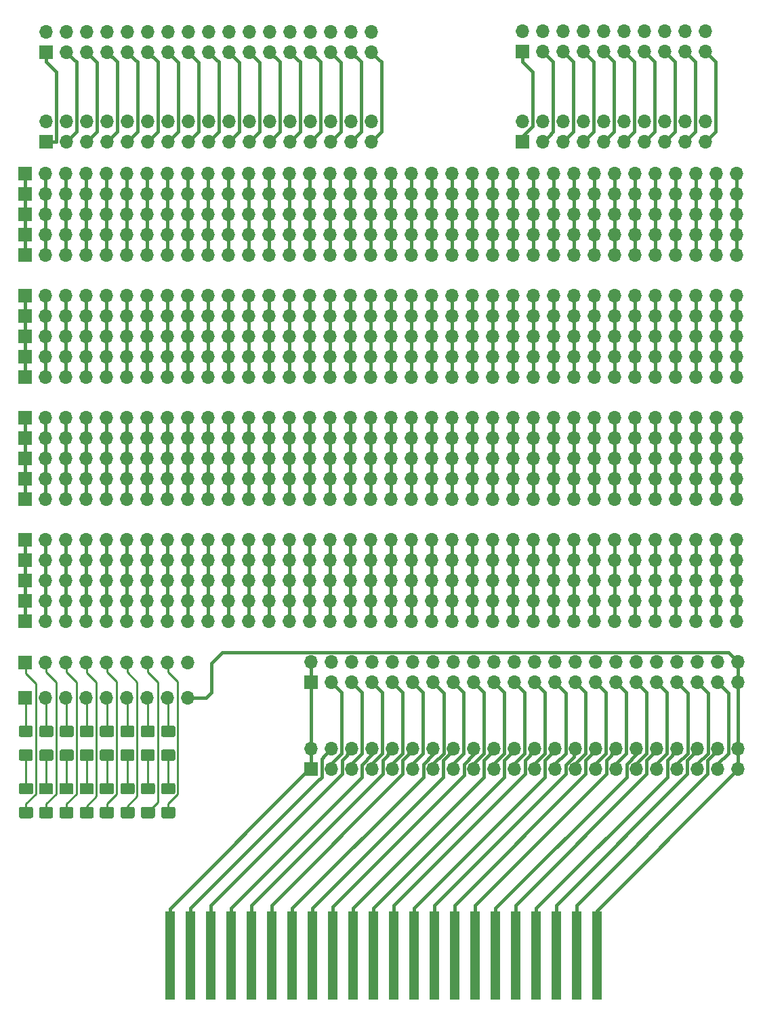
<source format=gbr>
G04 #@! TF.GenerationSoftware,KiCad,Pcbnew,(5.1.2-1)-1*
G04 #@! TF.CreationDate,2022-07-30T23:34:54+02:00*
G04 #@! TF.ProjectId,ElectronBreadBoard,456c6563-7472-46f6-9e42-72656164426f,rev?*
G04 #@! TF.SameCoordinates,Original*
G04 #@! TF.FileFunction,Copper,L2,Bot*
G04 #@! TF.FilePolarity,Positive*
%FSLAX46Y46*%
G04 Gerber Fmt 4.6, Leading zero omitted, Abs format (unit mm)*
G04 Created by KiCad (PCBNEW (5.1.2-1)-1) date 2022-07-30 23:34:54*
%MOMM*%
%LPD*%
G04 APERTURE LIST*
%ADD10R,1.270000X11.000000*%
%ADD11O,1.700000X1.700000*%
%ADD12R,1.700000X1.700000*%
%ADD13C,0.100000*%
%ADD14C,1.425000*%
%ADD15C,0.400000*%
%ADD16C,0.250000*%
G04 APERTURE END LIST*
D10*
X137965000Y-171750000D03*
X135425000Y-171750000D03*
X132885000Y-171750000D03*
X130345000Y-171750000D03*
X127805000Y-171750000D03*
X125265000Y-171750000D03*
X122725000Y-171750000D03*
X120185000Y-171750000D03*
X117645000Y-171750000D03*
X115105000Y-171750000D03*
X112565000Y-171750000D03*
X110025000Y-171750000D03*
X107485000Y-171750000D03*
X104945000Y-171750000D03*
X102405000Y-171750000D03*
X99865000Y-171750000D03*
X97325000Y-171750000D03*
X94785000Y-171750000D03*
X92245000Y-171750000D03*
X89705000Y-171750000D03*
X87165000Y-171750000D03*
X84625000Y-171750000D03*
D11*
X155630000Y-145940000D03*
X155630000Y-148480000D03*
X153090000Y-145940000D03*
X153090000Y-148480000D03*
X150550000Y-145940000D03*
X150550000Y-148480000D03*
X148010000Y-145940000D03*
X148010000Y-148480000D03*
X145470000Y-145940000D03*
X145470000Y-148480000D03*
X142930000Y-145940000D03*
X142930000Y-148480000D03*
X140390000Y-145940000D03*
X140390000Y-148480000D03*
X137850000Y-145940000D03*
X137850000Y-148480000D03*
X135310000Y-145940000D03*
X135310000Y-148480000D03*
X132770000Y-145940000D03*
X132770000Y-148480000D03*
X130230000Y-145940000D03*
X130230000Y-148480000D03*
X127690000Y-145940000D03*
X127690000Y-148480000D03*
X125150000Y-145940000D03*
X125150000Y-148480000D03*
X122610000Y-145940000D03*
X122610000Y-148480000D03*
X120070000Y-145940000D03*
X120070000Y-148480000D03*
X117530000Y-145940000D03*
X117530000Y-148480000D03*
X114990000Y-145940000D03*
X114990000Y-148480000D03*
X112450000Y-145940000D03*
X112450000Y-148480000D03*
X109910000Y-145940000D03*
X109910000Y-148480000D03*
X107370000Y-145940000D03*
X107370000Y-148480000D03*
X104830000Y-145940000D03*
X104830000Y-148480000D03*
X102290000Y-145940000D03*
D12*
X102290000Y-148480000D03*
D11*
X86850000Y-139610000D03*
X84310000Y-139610000D03*
X81770000Y-139610000D03*
X79230000Y-139610000D03*
X76690000Y-139610000D03*
X74150000Y-139610000D03*
X71610000Y-139610000D03*
X69070000Y-139610000D03*
D12*
X66530000Y-139610000D03*
D11*
X86890000Y-135140000D03*
X84350000Y-135140000D03*
X81810000Y-135140000D03*
X79270000Y-135140000D03*
X76730000Y-135140000D03*
X74190000Y-135140000D03*
X71650000Y-135140000D03*
X69110000Y-135140000D03*
D12*
X66570000Y-135140000D03*
D13*
G36*
X85069504Y-150201204D02*
G01*
X85093773Y-150204804D01*
X85117571Y-150210765D01*
X85140671Y-150219030D01*
X85162849Y-150229520D01*
X85183893Y-150242133D01*
X85203598Y-150256747D01*
X85221777Y-150273223D01*
X85238253Y-150291402D01*
X85252867Y-150311107D01*
X85265480Y-150332151D01*
X85275970Y-150354329D01*
X85284235Y-150377429D01*
X85290196Y-150401227D01*
X85293796Y-150425496D01*
X85295000Y-150450000D01*
X85295000Y-151375000D01*
X85293796Y-151399504D01*
X85290196Y-151423773D01*
X85284235Y-151447571D01*
X85275970Y-151470671D01*
X85265480Y-151492849D01*
X85252867Y-151513893D01*
X85238253Y-151533598D01*
X85221777Y-151551777D01*
X85203598Y-151568253D01*
X85183893Y-151582867D01*
X85162849Y-151595480D01*
X85140671Y-151605970D01*
X85117571Y-151614235D01*
X85093773Y-151620196D01*
X85069504Y-151623796D01*
X85045000Y-151625000D01*
X83795000Y-151625000D01*
X83770496Y-151623796D01*
X83746227Y-151620196D01*
X83722429Y-151614235D01*
X83699329Y-151605970D01*
X83677151Y-151595480D01*
X83656107Y-151582867D01*
X83636402Y-151568253D01*
X83618223Y-151551777D01*
X83601747Y-151533598D01*
X83587133Y-151513893D01*
X83574520Y-151492849D01*
X83564030Y-151470671D01*
X83555765Y-151447571D01*
X83549804Y-151423773D01*
X83546204Y-151399504D01*
X83545000Y-151375000D01*
X83545000Y-150450000D01*
X83546204Y-150425496D01*
X83549804Y-150401227D01*
X83555765Y-150377429D01*
X83564030Y-150354329D01*
X83574520Y-150332151D01*
X83587133Y-150311107D01*
X83601747Y-150291402D01*
X83618223Y-150273223D01*
X83636402Y-150256747D01*
X83656107Y-150242133D01*
X83677151Y-150229520D01*
X83699329Y-150219030D01*
X83722429Y-150210765D01*
X83746227Y-150204804D01*
X83770496Y-150201204D01*
X83795000Y-150200000D01*
X85045000Y-150200000D01*
X85069504Y-150201204D01*
X85069504Y-150201204D01*
G37*
D14*
X84420000Y-150912500D03*
D13*
G36*
X85069504Y-153176204D02*
G01*
X85093773Y-153179804D01*
X85117571Y-153185765D01*
X85140671Y-153194030D01*
X85162849Y-153204520D01*
X85183893Y-153217133D01*
X85203598Y-153231747D01*
X85221777Y-153248223D01*
X85238253Y-153266402D01*
X85252867Y-153286107D01*
X85265480Y-153307151D01*
X85275970Y-153329329D01*
X85284235Y-153352429D01*
X85290196Y-153376227D01*
X85293796Y-153400496D01*
X85295000Y-153425000D01*
X85295000Y-154350000D01*
X85293796Y-154374504D01*
X85290196Y-154398773D01*
X85284235Y-154422571D01*
X85275970Y-154445671D01*
X85265480Y-154467849D01*
X85252867Y-154488893D01*
X85238253Y-154508598D01*
X85221777Y-154526777D01*
X85203598Y-154543253D01*
X85183893Y-154557867D01*
X85162849Y-154570480D01*
X85140671Y-154580970D01*
X85117571Y-154589235D01*
X85093773Y-154595196D01*
X85069504Y-154598796D01*
X85045000Y-154600000D01*
X83795000Y-154600000D01*
X83770496Y-154598796D01*
X83746227Y-154595196D01*
X83722429Y-154589235D01*
X83699329Y-154580970D01*
X83677151Y-154570480D01*
X83656107Y-154557867D01*
X83636402Y-154543253D01*
X83618223Y-154526777D01*
X83601747Y-154508598D01*
X83587133Y-154488893D01*
X83574520Y-154467849D01*
X83564030Y-154445671D01*
X83555765Y-154422571D01*
X83549804Y-154398773D01*
X83546204Y-154374504D01*
X83545000Y-154350000D01*
X83545000Y-153425000D01*
X83546204Y-153400496D01*
X83549804Y-153376227D01*
X83555765Y-153352429D01*
X83564030Y-153329329D01*
X83574520Y-153307151D01*
X83587133Y-153286107D01*
X83601747Y-153266402D01*
X83618223Y-153248223D01*
X83636402Y-153231747D01*
X83656107Y-153217133D01*
X83677151Y-153204520D01*
X83699329Y-153194030D01*
X83722429Y-153185765D01*
X83746227Y-153179804D01*
X83770496Y-153176204D01*
X83795000Y-153175000D01*
X85045000Y-153175000D01*
X85069504Y-153176204D01*
X85069504Y-153176204D01*
G37*
D14*
X84420000Y-153887500D03*
D13*
G36*
X82529504Y-150201204D02*
G01*
X82553773Y-150204804D01*
X82577571Y-150210765D01*
X82600671Y-150219030D01*
X82622849Y-150229520D01*
X82643893Y-150242133D01*
X82663598Y-150256747D01*
X82681777Y-150273223D01*
X82698253Y-150291402D01*
X82712867Y-150311107D01*
X82725480Y-150332151D01*
X82735970Y-150354329D01*
X82744235Y-150377429D01*
X82750196Y-150401227D01*
X82753796Y-150425496D01*
X82755000Y-150450000D01*
X82755000Y-151375000D01*
X82753796Y-151399504D01*
X82750196Y-151423773D01*
X82744235Y-151447571D01*
X82735970Y-151470671D01*
X82725480Y-151492849D01*
X82712867Y-151513893D01*
X82698253Y-151533598D01*
X82681777Y-151551777D01*
X82663598Y-151568253D01*
X82643893Y-151582867D01*
X82622849Y-151595480D01*
X82600671Y-151605970D01*
X82577571Y-151614235D01*
X82553773Y-151620196D01*
X82529504Y-151623796D01*
X82505000Y-151625000D01*
X81255000Y-151625000D01*
X81230496Y-151623796D01*
X81206227Y-151620196D01*
X81182429Y-151614235D01*
X81159329Y-151605970D01*
X81137151Y-151595480D01*
X81116107Y-151582867D01*
X81096402Y-151568253D01*
X81078223Y-151551777D01*
X81061747Y-151533598D01*
X81047133Y-151513893D01*
X81034520Y-151492849D01*
X81024030Y-151470671D01*
X81015765Y-151447571D01*
X81009804Y-151423773D01*
X81006204Y-151399504D01*
X81005000Y-151375000D01*
X81005000Y-150450000D01*
X81006204Y-150425496D01*
X81009804Y-150401227D01*
X81015765Y-150377429D01*
X81024030Y-150354329D01*
X81034520Y-150332151D01*
X81047133Y-150311107D01*
X81061747Y-150291402D01*
X81078223Y-150273223D01*
X81096402Y-150256747D01*
X81116107Y-150242133D01*
X81137151Y-150229520D01*
X81159329Y-150219030D01*
X81182429Y-150210765D01*
X81206227Y-150204804D01*
X81230496Y-150201204D01*
X81255000Y-150200000D01*
X82505000Y-150200000D01*
X82529504Y-150201204D01*
X82529504Y-150201204D01*
G37*
D14*
X81880000Y-150912500D03*
D13*
G36*
X82529504Y-153176204D02*
G01*
X82553773Y-153179804D01*
X82577571Y-153185765D01*
X82600671Y-153194030D01*
X82622849Y-153204520D01*
X82643893Y-153217133D01*
X82663598Y-153231747D01*
X82681777Y-153248223D01*
X82698253Y-153266402D01*
X82712867Y-153286107D01*
X82725480Y-153307151D01*
X82735970Y-153329329D01*
X82744235Y-153352429D01*
X82750196Y-153376227D01*
X82753796Y-153400496D01*
X82755000Y-153425000D01*
X82755000Y-154350000D01*
X82753796Y-154374504D01*
X82750196Y-154398773D01*
X82744235Y-154422571D01*
X82735970Y-154445671D01*
X82725480Y-154467849D01*
X82712867Y-154488893D01*
X82698253Y-154508598D01*
X82681777Y-154526777D01*
X82663598Y-154543253D01*
X82643893Y-154557867D01*
X82622849Y-154570480D01*
X82600671Y-154580970D01*
X82577571Y-154589235D01*
X82553773Y-154595196D01*
X82529504Y-154598796D01*
X82505000Y-154600000D01*
X81255000Y-154600000D01*
X81230496Y-154598796D01*
X81206227Y-154595196D01*
X81182429Y-154589235D01*
X81159329Y-154580970D01*
X81137151Y-154570480D01*
X81116107Y-154557867D01*
X81096402Y-154543253D01*
X81078223Y-154526777D01*
X81061747Y-154508598D01*
X81047133Y-154488893D01*
X81034520Y-154467849D01*
X81024030Y-154445671D01*
X81015765Y-154422571D01*
X81009804Y-154398773D01*
X81006204Y-154374504D01*
X81005000Y-154350000D01*
X81005000Y-153425000D01*
X81006204Y-153400496D01*
X81009804Y-153376227D01*
X81015765Y-153352429D01*
X81024030Y-153329329D01*
X81034520Y-153307151D01*
X81047133Y-153286107D01*
X81061747Y-153266402D01*
X81078223Y-153248223D01*
X81096402Y-153231747D01*
X81116107Y-153217133D01*
X81137151Y-153204520D01*
X81159329Y-153194030D01*
X81182429Y-153185765D01*
X81206227Y-153179804D01*
X81230496Y-153176204D01*
X81255000Y-153175000D01*
X82505000Y-153175000D01*
X82529504Y-153176204D01*
X82529504Y-153176204D01*
G37*
D14*
X81880000Y-153887500D03*
D13*
G36*
X79989504Y-150201204D02*
G01*
X80013773Y-150204804D01*
X80037571Y-150210765D01*
X80060671Y-150219030D01*
X80082849Y-150229520D01*
X80103893Y-150242133D01*
X80123598Y-150256747D01*
X80141777Y-150273223D01*
X80158253Y-150291402D01*
X80172867Y-150311107D01*
X80185480Y-150332151D01*
X80195970Y-150354329D01*
X80204235Y-150377429D01*
X80210196Y-150401227D01*
X80213796Y-150425496D01*
X80215000Y-150450000D01*
X80215000Y-151375000D01*
X80213796Y-151399504D01*
X80210196Y-151423773D01*
X80204235Y-151447571D01*
X80195970Y-151470671D01*
X80185480Y-151492849D01*
X80172867Y-151513893D01*
X80158253Y-151533598D01*
X80141777Y-151551777D01*
X80123598Y-151568253D01*
X80103893Y-151582867D01*
X80082849Y-151595480D01*
X80060671Y-151605970D01*
X80037571Y-151614235D01*
X80013773Y-151620196D01*
X79989504Y-151623796D01*
X79965000Y-151625000D01*
X78715000Y-151625000D01*
X78690496Y-151623796D01*
X78666227Y-151620196D01*
X78642429Y-151614235D01*
X78619329Y-151605970D01*
X78597151Y-151595480D01*
X78576107Y-151582867D01*
X78556402Y-151568253D01*
X78538223Y-151551777D01*
X78521747Y-151533598D01*
X78507133Y-151513893D01*
X78494520Y-151492849D01*
X78484030Y-151470671D01*
X78475765Y-151447571D01*
X78469804Y-151423773D01*
X78466204Y-151399504D01*
X78465000Y-151375000D01*
X78465000Y-150450000D01*
X78466204Y-150425496D01*
X78469804Y-150401227D01*
X78475765Y-150377429D01*
X78484030Y-150354329D01*
X78494520Y-150332151D01*
X78507133Y-150311107D01*
X78521747Y-150291402D01*
X78538223Y-150273223D01*
X78556402Y-150256747D01*
X78576107Y-150242133D01*
X78597151Y-150229520D01*
X78619329Y-150219030D01*
X78642429Y-150210765D01*
X78666227Y-150204804D01*
X78690496Y-150201204D01*
X78715000Y-150200000D01*
X79965000Y-150200000D01*
X79989504Y-150201204D01*
X79989504Y-150201204D01*
G37*
D14*
X79340000Y-150912500D03*
D13*
G36*
X79989504Y-153176204D02*
G01*
X80013773Y-153179804D01*
X80037571Y-153185765D01*
X80060671Y-153194030D01*
X80082849Y-153204520D01*
X80103893Y-153217133D01*
X80123598Y-153231747D01*
X80141777Y-153248223D01*
X80158253Y-153266402D01*
X80172867Y-153286107D01*
X80185480Y-153307151D01*
X80195970Y-153329329D01*
X80204235Y-153352429D01*
X80210196Y-153376227D01*
X80213796Y-153400496D01*
X80215000Y-153425000D01*
X80215000Y-154350000D01*
X80213796Y-154374504D01*
X80210196Y-154398773D01*
X80204235Y-154422571D01*
X80195970Y-154445671D01*
X80185480Y-154467849D01*
X80172867Y-154488893D01*
X80158253Y-154508598D01*
X80141777Y-154526777D01*
X80123598Y-154543253D01*
X80103893Y-154557867D01*
X80082849Y-154570480D01*
X80060671Y-154580970D01*
X80037571Y-154589235D01*
X80013773Y-154595196D01*
X79989504Y-154598796D01*
X79965000Y-154600000D01*
X78715000Y-154600000D01*
X78690496Y-154598796D01*
X78666227Y-154595196D01*
X78642429Y-154589235D01*
X78619329Y-154580970D01*
X78597151Y-154570480D01*
X78576107Y-154557867D01*
X78556402Y-154543253D01*
X78538223Y-154526777D01*
X78521747Y-154508598D01*
X78507133Y-154488893D01*
X78494520Y-154467849D01*
X78484030Y-154445671D01*
X78475765Y-154422571D01*
X78469804Y-154398773D01*
X78466204Y-154374504D01*
X78465000Y-154350000D01*
X78465000Y-153425000D01*
X78466204Y-153400496D01*
X78469804Y-153376227D01*
X78475765Y-153352429D01*
X78484030Y-153329329D01*
X78494520Y-153307151D01*
X78507133Y-153286107D01*
X78521747Y-153266402D01*
X78538223Y-153248223D01*
X78556402Y-153231747D01*
X78576107Y-153217133D01*
X78597151Y-153204520D01*
X78619329Y-153194030D01*
X78642429Y-153185765D01*
X78666227Y-153179804D01*
X78690496Y-153176204D01*
X78715000Y-153175000D01*
X79965000Y-153175000D01*
X79989504Y-153176204D01*
X79989504Y-153176204D01*
G37*
D14*
X79340000Y-153887500D03*
D13*
G36*
X77389504Y-150201204D02*
G01*
X77413773Y-150204804D01*
X77437571Y-150210765D01*
X77460671Y-150219030D01*
X77482849Y-150229520D01*
X77503893Y-150242133D01*
X77523598Y-150256747D01*
X77541777Y-150273223D01*
X77558253Y-150291402D01*
X77572867Y-150311107D01*
X77585480Y-150332151D01*
X77595970Y-150354329D01*
X77604235Y-150377429D01*
X77610196Y-150401227D01*
X77613796Y-150425496D01*
X77615000Y-150450000D01*
X77615000Y-151375000D01*
X77613796Y-151399504D01*
X77610196Y-151423773D01*
X77604235Y-151447571D01*
X77595970Y-151470671D01*
X77585480Y-151492849D01*
X77572867Y-151513893D01*
X77558253Y-151533598D01*
X77541777Y-151551777D01*
X77523598Y-151568253D01*
X77503893Y-151582867D01*
X77482849Y-151595480D01*
X77460671Y-151605970D01*
X77437571Y-151614235D01*
X77413773Y-151620196D01*
X77389504Y-151623796D01*
X77365000Y-151625000D01*
X76115000Y-151625000D01*
X76090496Y-151623796D01*
X76066227Y-151620196D01*
X76042429Y-151614235D01*
X76019329Y-151605970D01*
X75997151Y-151595480D01*
X75976107Y-151582867D01*
X75956402Y-151568253D01*
X75938223Y-151551777D01*
X75921747Y-151533598D01*
X75907133Y-151513893D01*
X75894520Y-151492849D01*
X75884030Y-151470671D01*
X75875765Y-151447571D01*
X75869804Y-151423773D01*
X75866204Y-151399504D01*
X75865000Y-151375000D01*
X75865000Y-150450000D01*
X75866204Y-150425496D01*
X75869804Y-150401227D01*
X75875765Y-150377429D01*
X75884030Y-150354329D01*
X75894520Y-150332151D01*
X75907133Y-150311107D01*
X75921747Y-150291402D01*
X75938223Y-150273223D01*
X75956402Y-150256747D01*
X75976107Y-150242133D01*
X75997151Y-150229520D01*
X76019329Y-150219030D01*
X76042429Y-150210765D01*
X76066227Y-150204804D01*
X76090496Y-150201204D01*
X76115000Y-150200000D01*
X77365000Y-150200000D01*
X77389504Y-150201204D01*
X77389504Y-150201204D01*
G37*
D14*
X76740000Y-150912500D03*
D13*
G36*
X77389504Y-153176204D02*
G01*
X77413773Y-153179804D01*
X77437571Y-153185765D01*
X77460671Y-153194030D01*
X77482849Y-153204520D01*
X77503893Y-153217133D01*
X77523598Y-153231747D01*
X77541777Y-153248223D01*
X77558253Y-153266402D01*
X77572867Y-153286107D01*
X77585480Y-153307151D01*
X77595970Y-153329329D01*
X77604235Y-153352429D01*
X77610196Y-153376227D01*
X77613796Y-153400496D01*
X77615000Y-153425000D01*
X77615000Y-154350000D01*
X77613796Y-154374504D01*
X77610196Y-154398773D01*
X77604235Y-154422571D01*
X77595970Y-154445671D01*
X77585480Y-154467849D01*
X77572867Y-154488893D01*
X77558253Y-154508598D01*
X77541777Y-154526777D01*
X77523598Y-154543253D01*
X77503893Y-154557867D01*
X77482849Y-154570480D01*
X77460671Y-154580970D01*
X77437571Y-154589235D01*
X77413773Y-154595196D01*
X77389504Y-154598796D01*
X77365000Y-154600000D01*
X76115000Y-154600000D01*
X76090496Y-154598796D01*
X76066227Y-154595196D01*
X76042429Y-154589235D01*
X76019329Y-154580970D01*
X75997151Y-154570480D01*
X75976107Y-154557867D01*
X75956402Y-154543253D01*
X75938223Y-154526777D01*
X75921747Y-154508598D01*
X75907133Y-154488893D01*
X75894520Y-154467849D01*
X75884030Y-154445671D01*
X75875765Y-154422571D01*
X75869804Y-154398773D01*
X75866204Y-154374504D01*
X75865000Y-154350000D01*
X75865000Y-153425000D01*
X75866204Y-153400496D01*
X75869804Y-153376227D01*
X75875765Y-153352429D01*
X75884030Y-153329329D01*
X75894520Y-153307151D01*
X75907133Y-153286107D01*
X75921747Y-153266402D01*
X75938223Y-153248223D01*
X75956402Y-153231747D01*
X75976107Y-153217133D01*
X75997151Y-153204520D01*
X76019329Y-153194030D01*
X76042429Y-153185765D01*
X76066227Y-153179804D01*
X76090496Y-153176204D01*
X76115000Y-153175000D01*
X77365000Y-153175000D01*
X77389504Y-153176204D01*
X77389504Y-153176204D01*
G37*
D14*
X76740000Y-153887500D03*
D13*
G36*
X74879504Y-150201204D02*
G01*
X74903773Y-150204804D01*
X74927571Y-150210765D01*
X74950671Y-150219030D01*
X74972849Y-150229520D01*
X74993893Y-150242133D01*
X75013598Y-150256747D01*
X75031777Y-150273223D01*
X75048253Y-150291402D01*
X75062867Y-150311107D01*
X75075480Y-150332151D01*
X75085970Y-150354329D01*
X75094235Y-150377429D01*
X75100196Y-150401227D01*
X75103796Y-150425496D01*
X75105000Y-150450000D01*
X75105000Y-151375000D01*
X75103796Y-151399504D01*
X75100196Y-151423773D01*
X75094235Y-151447571D01*
X75085970Y-151470671D01*
X75075480Y-151492849D01*
X75062867Y-151513893D01*
X75048253Y-151533598D01*
X75031777Y-151551777D01*
X75013598Y-151568253D01*
X74993893Y-151582867D01*
X74972849Y-151595480D01*
X74950671Y-151605970D01*
X74927571Y-151614235D01*
X74903773Y-151620196D01*
X74879504Y-151623796D01*
X74855000Y-151625000D01*
X73605000Y-151625000D01*
X73580496Y-151623796D01*
X73556227Y-151620196D01*
X73532429Y-151614235D01*
X73509329Y-151605970D01*
X73487151Y-151595480D01*
X73466107Y-151582867D01*
X73446402Y-151568253D01*
X73428223Y-151551777D01*
X73411747Y-151533598D01*
X73397133Y-151513893D01*
X73384520Y-151492849D01*
X73374030Y-151470671D01*
X73365765Y-151447571D01*
X73359804Y-151423773D01*
X73356204Y-151399504D01*
X73355000Y-151375000D01*
X73355000Y-150450000D01*
X73356204Y-150425496D01*
X73359804Y-150401227D01*
X73365765Y-150377429D01*
X73374030Y-150354329D01*
X73384520Y-150332151D01*
X73397133Y-150311107D01*
X73411747Y-150291402D01*
X73428223Y-150273223D01*
X73446402Y-150256747D01*
X73466107Y-150242133D01*
X73487151Y-150229520D01*
X73509329Y-150219030D01*
X73532429Y-150210765D01*
X73556227Y-150204804D01*
X73580496Y-150201204D01*
X73605000Y-150200000D01*
X74855000Y-150200000D01*
X74879504Y-150201204D01*
X74879504Y-150201204D01*
G37*
D14*
X74230000Y-150912500D03*
D13*
G36*
X74879504Y-153176204D02*
G01*
X74903773Y-153179804D01*
X74927571Y-153185765D01*
X74950671Y-153194030D01*
X74972849Y-153204520D01*
X74993893Y-153217133D01*
X75013598Y-153231747D01*
X75031777Y-153248223D01*
X75048253Y-153266402D01*
X75062867Y-153286107D01*
X75075480Y-153307151D01*
X75085970Y-153329329D01*
X75094235Y-153352429D01*
X75100196Y-153376227D01*
X75103796Y-153400496D01*
X75105000Y-153425000D01*
X75105000Y-154350000D01*
X75103796Y-154374504D01*
X75100196Y-154398773D01*
X75094235Y-154422571D01*
X75085970Y-154445671D01*
X75075480Y-154467849D01*
X75062867Y-154488893D01*
X75048253Y-154508598D01*
X75031777Y-154526777D01*
X75013598Y-154543253D01*
X74993893Y-154557867D01*
X74972849Y-154570480D01*
X74950671Y-154580970D01*
X74927571Y-154589235D01*
X74903773Y-154595196D01*
X74879504Y-154598796D01*
X74855000Y-154600000D01*
X73605000Y-154600000D01*
X73580496Y-154598796D01*
X73556227Y-154595196D01*
X73532429Y-154589235D01*
X73509329Y-154580970D01*
X73487151Y-154570480D01*
X73466107Y-154557867D01*
X73446402Y-154543253D01*
X73428223Y-154526777D01*
X73411747Y-154508598D01*
X73397133Y-154488893D01*
X73384520Y-154467849D01*
X73374030Y-154445671D01*
X73365765Y-154422571D01*
X73359804Y-154398773D01*
X73356204Y-154374504D01*
X73355000Y-154350000D01*
X73355000Y-153425000D01*
X73356204Y-153400496D01*
X73359804Y-153376227D01*
X73365765Y-153352429D01*
X73374030Y-153329329D01*
X73384520Y-153307151D01*
X73397133Y-153286107D01*
X73411747Y-153266402D01*
X73428223Y-153248223D01*
X73446402Y-153231747D01*
X73466107Y-153217133D01*
X73487151Y-153204520D01*
X73509329Y-153194030D01*
X73532429Y-153185765D01*
X73556227Y-153179804D01*
X73580496Y-153176204D01*
X73605000Y-153175000D01*
X74855000Y-153175000D01*
X74879504Y-153176204D01*
X74879504Y-153176204D01*
G37*
D14*
X74230000Y-153887500D03*
D13*
G36*
X72339504Y-150201204D02*
G01*
X72363773Y-150204804D01*
X72387571Y-150210765D01*
X72410671Y-150219030D01*
X72432849Y-150229520D01*
X72453893Y-150242133D01*
X72473598Y-150256747D01*
X72491777Y-150273223D01*
X72508253Y-150291402D01*
X72522867Y-150311107D01*
X72535480Y-150332151D01*
X72545970Y-150354329D01*
X72554235Y-150377429D01*
X72560196Y-150401227D01*
X72563796Y-150425496D01*
X72565000Y-150450000D01*
X72565000Y-151375000D01*
X72563796Y-151399504D01*
X72560196Y-151423773D01*
X72554235Y-151447571D01*
X72545970Y-151470671D01*
X72535480Y-151492849D01*
X72522867Y-151513893D01*
X72508253Y-151533598D01*
X72491777Y-151551777D01*
X72473598Y-151568253D01*
X72453893Y-151582867D01*
X72432849Y-151595480D01*
X72410671Y-151605970D01*
X72387571Y-151614235D01*
X72363773Y-151620196D01*
X72339504Y-151623796D01*
X72315000Y-151625000D01*
X71065000Y-151625000D01*
X71040496Y-151623796D01*
X71016227Y-151620196D01*
X70992429Y-151614235D01*
X70969329Y-151605970D01*
X70947151Y-151595480D01*
X70926107Y-151582867D01*
X70906402Y-151568253D01*
X70888223Y-151551777D01*
X70871747Y-151533598D01*
X70857133Y-151513893D01*
X70844520Y-151492849D01*
X70834030Y-151470671D01*
X70825765Y-151447571D01*
X70819804Y-151423773D01*
X70816204Y-151399504D01*
X70815000Y-151375000D01*
X70815000Y-150450000D01*
X70816204Y-150425496D01*
X70819804Y-150401227D01*
X70825765Y-150377429D01*
X70834030Y-150354329D01*
X70844520Y-150332151D01*
X70857133Y-150311107D01*
X70871747Y-150291402D01*
X70888223Y-150273223D01*
X70906402Y-150256747D01*
X70926107Y-150242133D01*
X70947151Y-150229520D01*
X70969329Y-150219030D01*
X70992429Y-150210765D01*
X71016227Y-150204804D01*
X71040496Y-150201204D01*
X71065000Y-150200000D01*
X72315000Y-150200000D01*
X72339504Y-150201204D01*
X72339504Y-150201204D01*
G37*
D14*
X71690000Y-150912500D03*
D13*
G36*
X72339504Y-153176204D02*
G01*
X72363773Y-153179804D01*
X72387571Y-153185765D01*
X72410671Y-153194030D01*
X72432849Y-153204520D01*
X72453893Y-153217133D01*
X72473598Y-153231747D01*
X72491777Y-153248223D01*
X72508253Y-153266402D01*
X72522867Y-153286107D01*
X72535480Y-153307151D01*
X72545970Y-153329329D01*
X72554235Y-153352429D01*
X72560196Y-153376227D01*
X72563796Y-153400496D01*
X72565000Y-153425000D01*
X72565000Y-154350000D01*
X72563796Y-154374504D01*
X72560196Y-154398773D01*
X72554235Y-154422571D01*
X72545970Y-154445671D01*
X72535480Y-154467849D01*
X72522867Y-154488893D01*
X72508253Y-154508598D01*
X72491777Y-154526777D01*
X72473598Y-154543253D01*
X72453893Y-154557867D01*
X72432849Y-154570480D01*
X72410671Y-154580970D01*
X72387571Y-154589235D01*
X72363773Y-154595196D01*
X72339504Y-154598796D01*
X72315000Y-154600000D01*
X71065000Y-154600000D01*
X71040496Y-154598796D01*
X71016227Y-154595196D01*
X70992429Y-154589235D01*
X70969329Y-154580970D01*
X70947151Y-154570480D01*
X70926107Y-154557867D01*
X70906402Y-154543253D01*
X70888223Y-154526777D01*
X70871747Y-154508598D01*
X70857133Y-154488893D01*
X70844520Y-154467849D01*
X70834030Y-154445671D01*
X70825765Y-154422571D01*
X70819804Y-154398773D01*
X70816204Y-154374504D01*
X70815000Y-154350000D01*
X70815000Y-153425000D01*
X70816204Y-153400496D01*
X70819804Y-153376227D01*
X70825765Y-153352429D01*
X70834030Y-153329329D01*
X70844520Y-153307151D01*
X70857133Y-153286107D01*
X70871747Y-153266402D01*
X70888223Y-153248223D01*
X70906402Y-153231747D01*
X70926107Y-153217133D01*
X70947151Y-153204520D01*
X70969329Y-153194030D01*
X70992429Y-153185765D01*
X71016227Y-153179804D01*
X71040496Y-153176204D01*
X71065000Y-153175000D01*
X72315000Y-153175000D01*
X72339504Y-153176204D01*
X72339504Y-153176204D01*
G37*
D14*
X71690000Y-153887500D03*
D13*
G36*
X69799504Y-150201204D02*
G01*
X69823773Y-150204804D01*
X69847571Y-150210765D01*
X69870671Y-150219030D01*
X69892849Y-150229520D01*
X69913893Y-150242133D01*
X69933598Y-150256747D01*
X69951777Y-150273223D01*
X69968253Y-150291402D01*
X69982867Y-150311107D01*
X69995480Y-150332151D01*
X70005970Y-150354329D01*
X70014235Y-150377429D01*
X70020196Y-150401227D01*
X70023796Y-150425496D01*
X70025000Y-150450000D01*
X70025000Y-151375000D01*
X70023796Y-151399504D01*
X70020196Y-151423773D01*
X70014235Y-151447571D01*
X70005970Y-151470671D01*
X69995480Y-151492849D01*
X69982867Y-151513893D01*
X69968253Y-151533598D01*
X69951777Y-151551777D01*
X69933598Y-151568253D01*
X69913893Y-151582867D01*
X69892849Y-151595480D01*
X69870671Y-151605970D01*
X69847571Y-151614235D01*
X69823773Y-151620196D01*
X69799504Y-151623796D01*
X69775000Y-151625000D01*
X68525000Y-151625000D01*
X68500496Y-151623796D01*
X68476227Y-151620196D01*
X68452429Y-151614235D01*
X68429329Y-151605970D01*
X68407151Y-151595480D01*
X68386107Y-151582867D01*
X68366402Y-151568253D01*
X68348223Y-151551777D01*
X68331747Y-151533598D01*
X68317133Y-151513893D01*
X68304520Y-151492849D01*
X68294030Y-151470671D01*
X68285765Y-151447571D01*
X68279804Y-151423773D01*
X68276204Y-151399504D01*
X68275000Y-151375000D01*
X68275000Y-150450000D01*
X68276204Y-150425496D01*
X68279804Y-150401227D01*
X68285765Y-150377429D01*
X68294030Y-150354329D01*
X68304520Y-150332151D01*
X68317133Y-150311107D01*
X68331747Y-150291402D01*
X68348223Y-150273223D01*
X68366402Y-150256747D01*
X68386107Y-150242133D01*
X68407151Y-150229520D01*
X68429329Y-150219030D01*
X68452429Y-150210765D01*
X68476227Y-150204804D01*
X68500496Y-150201204D01*
X68525000Y-150200000D01*
X69775000Y-150200000D01*
X69799504Y-150201204D01*
X69799504Y-150201204D01*
G37*
D14*
X69150000Y-150912500D03*
D13*
G36*
X69799504Y-153176204D02*
G01*
X69823773Y-153179804D01*
X69847571Y-153185765D01*
X69870671Y-153194030D01*
X69892849Y-153204520D01*
X69913893Y-153217133D01*
X69933598Y-153231747D01*
X69951777Y-153248223D01*
X69968253Y-153266402D01*
X69982867Y-153286107D01*
X69995480Y-153307151D01*
X70005970Y-153329329D01*
X70014235Y-153352429D01*
X70020196Y-153376227D01*
X70023796Y-153400496D01*
X70025000Y-153425000D01*
X70025000Y-154350000D01*
X70023796Y-154374504D01*
X70020196Y-154398773D01*
X70014235Y-154422571D01*
X70005970Y-154445671D01*
X69995480Y-154467849D01*
X69982867Y-154488893D01*
X69968253Y-154508598D01*
X69951777Y-154526777D01*
X69933598Y-154543253D01*
X69913893Y-154557867D01*
X69892849Y-154570480D01*
X69870671Y-154580970D01*
X69847571Y-154589235D01*
X69823773Y-154595196D01*
X69799504Y-154598796D01*
X69775000Y-154600000D01*
X68525000Y-154600000D01*
X68500496Y-154598796D01*
X68476227Y-154595196D01*
X68452429Y-154589235D01*
X68429329Y-154580970D01*
X68407151Y-154570480D01*
X68386107Y-154557867D01*
X68366402Y-154543253D01*
X68348223Y-154526777D01*
X68331747Y-154508598D01*
X68317133Y-154488893D01*
X68304520Y-154467849D01*
X68294030Y-154445671D01*
X68285765Y-154422571D01*
X68279804Y-154398773D01*
X68276204Y-154374504D01*
X68275000Y-154350000D01*
X68275000Y-153425000D01*
X68276204Y-153400496D01*
X68279804Y-153376227D01*
X68285765Y-153352429D01*
X68294030Y-153329329D01*
X68304520Y-153307151D01*
X68317133Y-153286107D01*
X68331747Y-153266402D01*
X68348223Y-153248223D01*
X68366402Y-153231747D01*
X68386107Y-153217133D01*
X68407151Y-153204520D01*
X68429329Y-153194030D01*
X68452429Y-153185765D01*
X68476227Y-153179804D01*
X68500496Y-153176204D01*
X68525000Y-153175000D01*
X69775000Y-153175000D01*
X69799504Y-153176204D01*
X69799504Y-153176204D01*
G37*
D14*
X69150000Y-153887500D03*
D13*
G36*
X67299504Y-150201204D02*
G01*
X67323773Y-150204804D01*
X67347571Y-150210765D01*
X67370671Y-150219030D01*
X67392849Y-150229520D01*
X67413893Y-150242133D01*
X67433598Y-150256747D01*
X67451777Y-150273223D01*
X67468253Y-150291402D01*
X67482867Y-150311107D01*
X67495480Y-150332151D01*
X67505970Y-150354329D01*
X67514235Y-150377429D01*
X67520196Y-150401227D01*
X67523796Y-150425496D01*
X67525000Y-150450000D01*
X67525000Y-151375000D01*
X67523796Y-151399504D01*
X67520196Y-151423773D01*
X67514235Y-151447571D01*
X67505970Y-151470671D01*
X67495480Y-151492849D01*
X67482867Y-151513893D01*
X67468253Y-151533598D01*
X67451777Y-151551777D01*
X67433598Y-151568253D01*
X67413893Y-151582867D01*
X67392849Y-151595480D01*
X67370671Y-151605970D01*
X67347571Y-151614235D01*
X67323773Y-151620196D01*
X67299504Y-151623796D01*
X67275000Y-151625000D01*
X66025000Y-151625000D01*
X66000496Y-151623796D01*
X65976227Y-151620196D01*
X65952429Y-151614235D01*
X65929329Y-151605970D01*
X65907151Y-151595480D01*
X65886107Y-151582867D01*
X65866402Y-151568253D01*
X65848223Y-151551777D01*
X65831747Y-151533598D01*
X65817133Y-151513893D01*
X65804520Y-151492849D01*
X65794030Y-151470671D01*
X65785765Y-151447571D01*
X65779804Y-151423773D01*
X65776204Y-151399504D01*
X65775000Y-151375000D01*
X65775000Y-150450000D01*
X65776204Y-150425496D01*
X65779804Y-150401227D01*
X65785765Y-150377429D01*
X65794030Y-150354329D01*
X65804520Y-150332151D01*
X65817133Y-150311107D01*
X65831747Y-150291402D01*
X65848223Y-150273223D01*
X65866402Y-150256747D01*
X65886107Y-150242133D01*
X65907151Y-150229520D01*
X65929329Y-150219030D01*
X65952429Y-150210765D01*
X65976227Y-150204804D01*
X66000496Y-150201204D01*
X66025000Y-150200000D01*
X67275000Y-150200000D01*
X67299504Y-150201204D01*
X67299504Y-150201204D01*
G37*
D14*
X66650000Y-150912500D03*
D13*
G36*
X67299504Y-153176204D02*
G01*
X67323773Y-153179804D01*
X67347571Y-153185765D01*
X67370671Y-153194030D01*
X67392849Y-153204520D01*
X67413893Y-153217133D01*
X67433598Y-153231747D01*
X67451777Y-153248223D01*
X67468253Y-153266402D01*
X67482867Y-153286107D01*
X67495480Y-153307151D01*
X67505970Y-153329329D01*
X67514235Y-153352429D01*
X67520196Y-153376227D01*
X67523796Y-153400496D01*
X67525000Y-153425000D01*
X67525000Y-154350000D01*
X67523796Y-154374504D01*
X67520196Y-154398773D01*
X67514235Y-154422571D01*
X67505970Y-154445671D01*
X67495480Y-154467849D01*
X67482867Y-154488893D01*
X67468253Y-154508598D01*
X67451777Y-154526777D01*
X67433598Y-154543253D01*
X67413893Y-154557867D01*
X67392849Y-154570480D01*
X67370671Y-154580970D01*
X67347571Y-154589235D01*
X67323773Y-154595196D01*
X67299504Y-154598796D01*
X67275000Y-154600000D01*
X66025000Y-154600000D01*
X66000496Y-154598796D01*
X65976227Y-154595196D01*
X65952429Y-154589235D01*
X65929329Y-154580970D01*
X65907151Y-154570480D01*
X65886107Y-154557867D01*
X65866402Y-154543253D01*
X65848223Y-154526777D01*
X65831747Y-154508598D01*
X65817133Y-154488893D01*
X65804520Y-154467849D01*
X65794030Y-154445671D01*
X65785765Y-154422571D01*
X65779804Y-154398773D01*
X65776204Y-154374504D01*
X65775000Y-154350000D01*
X65775000Y-153425000D01*
X65776204Y-153400496D01*
X65779804Y-153376227D01*
X65785765Y-153352429D01*
X65794030Y-153329329D01*
X65804520Y-153307151D01*
X65817133Y-153286107D01*
X65831747Y-153266402D01*
X65848223Y-153248223D01*
X65866402Y-153231747D01*
X65886107Y-153217133D01*
X65907151Y-153204520D01*
X65929329Y-153194030D01*
X65952429Y-153185765D01*
X65976227Y-153179804D01*
X66000496Y-153176204D01*
X66025000Y-153175000D01*
X67275000Y-153175000D01*
X67299504Y-153176204D01*
X67299504Y-153176204D01*
G37*
D14*
X66650000Y-153887500D03*
D13*
G36*
X85069504Y-146016204D02*
G01*
X85093773Y-146019804D01*
X85117571Y-146025765D01*
X85140671Y-146034030D01*
X85162849Y-146044520D01*
X85183893Y-146057133D01*
X85203598Y-146071747D01*
X85221777Y-146088223D01*
X85238253Y-146106402D01*
X85252867Y-146126107D01*
X85265480Y-146147151D01*
X85275970Y-146169329D01*
X85284235Y-146192429D01*
X85290196Y-146216227D01*
X85293796Y-146240496D01*
X85295000Y-146265000D01*
X85295000Y-147190000D01*
X85293796Y-147214504D01*
X85290196Y-147238773D01*
X85284235Y-147262571D01*
X85275970Y-147285671D01*
X85265480Y-147307849D01*
X85252867Y-147328893D01*
X85238253Y-147348598D01*
X85221777Y-147366777D01*
X85203598Y-147383253D01*
X85183893Y-147397867D01*
X85162849Y-147410480D01*
X85140671Y-147420970D01*
X85117571Y-147429235D01*
X85093773Y-147435196D01*
X85069504Y-147438796D01*
X85045000Y-147440000D01*
X83795000Y-147440000D01*
X83770496Y-147438796D01*
X83746227Y-147435196D01*
X83722429Y-147429235D01*
X83699329Y-147420970D01*
X83677151Y-147410480D01*
X83656107Y-147397867D01*
X83636402Y-147383253D01*
X83618223Y-147366777D01*
X83601747Y-147348598D01*
X83587133Y-147328893D01*
X83574520Y-147307849D01*
X83564030Y-147285671D01*
X83555765Y-147262571D01*
X83549804Y-147238773D01*
X83546204Y-147214504D01*
X83545000Y-147190000D01*
X83545000Y-146265000D01*
X83546204Y-146240496D01*
X83549804Y-146216227D01*
X83555765Y-146192429D01*
X83564030Y-146169329D01*
X83574520Y-146147151D01*
X83587133Y-146126107D01*
X83601747Y-146106402D01*
X83618223Y-146088223D01*
X83636402Y-146071747D01*
X83656107Y-146057133D01*
X83677151Y-146044520D01*
X83699329Y-146034030D01*
X83722429Y-146025765D01*
X83746227Y-146019804D01*
X83770496Y-146016204D01*
X83795000Y-146015000D01*
X85045000Y-146015000D01*
X85069504Y-146016204D01*
X85069504Y-146016204D01*
G37*
D14*
X84420000Y-146727500D03*
D13*
G36*
X85069504Y-143041204D02*
G01*
X85093773Y-143044804D01*
X85117571Y-143050765D01*
X85140671Y-143059030D01*
X85162849Y-143069520D01*
X85183893Y-143082133D01*
X85203598Y-143096747D01*
X85221777Y-143113223D01*
X85238253Y-143131402D01*
X85252867Y-143151107D01*
X85265480Y-143172151D01*
X85275970Y-143194329D01*
X85284235Y-143217429D01*
X85290196Y-143241227D01*
X85293796Y-143265496D01*
X85295000Y-143290000D01*
X85295000Y-144215000D01*
X85293796Y-144239504D01*
X85290196Y-144263773D01*
X85284235Y-144287571D01*
X85275970Y-144310671D01*
X85265480Y-144332849D01*
X85252867Y-144353893D01*
X85238253Y-144373598D01*
X85221777Y-144391777D01*
X85203598Y-144408253D01*
X85183893Y-144422867D01*
X85162849Y-144435480D01*
X85140671Y-144445970D01*
X85117571Y-144454235D01*
X85093773Y-144460196D01*
X85069504Y-144463796D01*
X85045000Y-144465000D01*
X83795000Y-144465000D01*
X83770496Y-144463796D01*
X83746227Y-144460196D01*
X83722429Y-144454235D01*
X83699329Y-144445970D01*
X83677151Y-144435480D01*
X83656107Y-144422867D01*
X83636402Y-144408253D01*
X83618223Y-144391777D01*
X83601747Y-144373598D01*
X83587133Y-144353893D01*
X83574520Y-144332849D01*
X83564030Y-144310671D01*
X83555765Y-144287571D01*
X83549804Y-144263773D01*
X83546204Y-144239504D01*
X83545000Y-144215000D01*
X83545000Y-143290000D01*
X83546204Y-143265496D01*
X83549804Y-143241227D01*
X83555765Y-143217429D01*
X83564030Y-143194329D01*
X83574520Y-143172151D01*
X83587133Y-143151107D01*
X83601747Y-143131402D01*
X83618223Y-143113223D01*
X83636402Y-143096747D01*
X83656107Y-143082133D01*
X83677151Y-143069520D01*
X83699329Y-143059030D01*
X83722429Y-143050765D01*
X83746227Y-143044804D01*
X83770496Y-143041204D01*
X83795000Y-143040000D01*
X85045000Y-143040000D01*
X85069504Y-143041204D01*
X85069504Y-143041204D01*
G37*
D14*
X84420000Y-143752500D03*
D13*
G36*
X82499504Y-146016204D02*
G01*
X82523773Y-146019804D01*
X82547571Y-146025765D01*
X82570671Y-146034030D01*
X82592849Y-146044520D01*
X82613893Y-146057133D01*
X82633598Y-146071747D01*
X82651777Y-146088223D01*
X82668253Y-146106402D01*
X82682867Y-146126107D01*
X82695480Y-146147151D01*
X82705970Y-146169329D01*
X82714235Y-146192429D01*
X82720196Y-146216227D01*
X82723796Y-146240496D01*
X82725000Y-146265000D01*
X82725000Y-147190000D01*
X82723796Y-147214504D01*
X82720196Y-147238773D01*
X82714235Y-147262571D01*
X82705970Y-147285671D01*
X82695480Y-147307849D01*
X82682867Y-147328893D01*
X82668253Y-147348598D01*
X82651777Y-147366777D01*
X82633598Y-147383253D01*
X82613893Y-147397867D01*
X82592849Y-147410480D01*
X82570671Y-147420970D01*
X82547571Y-147429235D01*
X82523773Y-147435196D01*
X82499504Y-147438796D01*
X82475000Y-147440000D01*
X81225000Y-147440000D01*
X81200496Y-147438796D01*
X81176227Y-147435196D01*
X81152429Y-147429235D01*
X81129329Y-147420970D01*
X81107151Y-147410480D01*
X81086107Y-147397867D01*
X81066402Y-147383253D01*
X81048223Y-147366777D01*
X81031747Y-147348598D01*
X81017133Y-147328893D01*
X81004520Y-147307849D01*
X80994030Y-147285671D01*
X80985765Y-147262571D01*
X80979804Y-147238773D01*
X80976204Y-147214504D01*
X80975000Y-147190000D01*
X80975000Y-146265000D01*
X80976204Y-146240496D01*
X80979804Y-146216227D01*
X80985765Y-146192429D01*
X80994030Y-146169329D01*
X81004520Y-146147151D01*
X81017133Y-146126107D01*
X81031747Y-146106402D01*
X81048223Y-146088223D01*
X81066402Y-146071747D01*
X81086107Y-146057133D01*
X81107151Y-146044520D01*
X81129329Y-146034030D01*
X81152429Y-146025765D01*
X81176227Y-146019804D01*
X81200496Y-146016204D01*
X81225000Y-146015000D01*
X82475000Y-146015000D01*
X82499504Y-146016204D01*
X82499504Y-146016204D01*
G37*
D14*
X81850000Y-146727500D03*
D13*
G36*
X82499504Y-143041204D02*
G01*
X82523773Y-143044804D01*
X82547571Y-143050765D01*
X82570671Y-143059030D01*
X82592849Y-143069520D01*
X82613893Y-143082133D01*
X82633598Y-143096747D01*
X82651777Y-143113223D01*
X82668253Y-143131402D01*
X82682867Y-143151107D01*
X82695480Y-143172151D01*
X82705970Y-143194329D01*
X82714235Y-143217429D01*
X82720196Y-143241227D01*
X82723796Y-143265496D01*
X82725000Y-143290000D01*
X82725000Y-144215000D01*
X82723796Y-144239504D01*
X82720196Y-144263773D01*
X82714235Y-144287571D01*
X82705970Y-144310671D01*
X82695480Y-144332849D01*
X82682867Y-144353893D01*
X82668253Y-144373598D01*
X82651777Y-144391777D01*
X82633598Y-144408253D01*
X82613893Y-144422867D01*
X82592849Y-144435480D01*
X82570671Y-144445970D01*
X82547571Y-144454235D01*
X82523773Y-144460196D01*
X82499504Y-144463796D01*
X82475000Y-144465000D01*
X81225000Y-144465000D01*
X81200496Y-144463796D01*
X81176227Y-144460196D01*
X81152429Y-144454235D01*
X81129329Y-144445970D01*
X81107151Y-144435480D01*
X81086107Y-144422867D01*
X81066402Y-144408253D01*
X81048223Y-144391777D01*
X81031747Y-144373598D01*
X81017133Y-144353893D01*
X81004520Y-144332849D01*
X80994030Y-144310671D01*
X80985765Y-144287571D01*
X80979804Y-144263773D01*
X80976204Y-144239504D01*
X80975000Y-144215000D01*
X80975000Y-143290000D01*
X80976204Y-143265496D01*
X80979804Y-143241227D01*
X80985765Y-143217429D01*
X80994030Y-143194329D01*
X81004520Y-143172151D01*
X81017133Y-143151107D01*
X81031747Y-143131402D01*
X81048223Y-143113223D01*
X81066402Y-143096747D01*
X81086107Y-143082133D01*
X81107151Y-143069520D01*
X81129329Y-143059030D01*
X81152429Y-143050765D01*
X81176227Y-143044804D01*
X81200496Y-143041204D01*
X81225000Y-143040000D01*
X82475000Y-143040000D01*
X82499504Y-143041204D01*
X82499504Y-143041204D01*
G37*
D14*
X81850000Y-143752500D03*
D13*
G36*
X79969504Y-146016204D02*
G01*
X79993773Y-146019804D01*
X80017571Y-146025765D01*
X80040671Y-146034030D01*
X80062849Y-146044520D01*
X80083893Y-146057133D01*
X80103598Y-146071747D01*
X80121777Y-146088223D01*
X80138253Y-146106402D01*
X80152867Y-146126107D01*
X80165480Y-146147151D01*
X80175970Y-146169329D01*
X80184235Y-146192429D01*
X80190196Y-146216227D01*
X80193796Y-146240496D01*
X80195000Y-146265000D01*
X80195000Y-147190000D01*
X80193796Y-147214504D01*
X80190196Y-147238773D01*
X80184235Y-147262571D01*
X80175970Y-147285671D01*
X80165480Y-147307849D01*
X80152867Y-147328893D01*
X80138253Y-147348598D01*
X80121777Y-147366777D01*
X80103598Y-147383253D01*
X80083893Y-147397867D01*
X80062849Y-147410480D01*
X80040671Y-147420970D01*
X80017571Y-147429235D01*
X79993773Y-147435196D01*
X79969504Y-147438796D01*
X79945000Y-147440000D01*
X78695000Y-147440000D01*
X78670496Y-147438796D01*
X78646227Y-147435196D01*
X78622429Y-147429235D01*
X78599329Y-147420970D01*
X78577151Y-147410480D01*
X78556107Y-147397867D01*
X78536402Y-147383253D01*
X78518223Y-147366777D01*
X78501747Y-147348598D01*
X78487133Y-147328893D01*
X78474520Y-147307849D01*
X78464030Y-147285671D01*
X78455765Y-147262571D01*
X78449804Y-147238773D01*
X78446204Y-147214504D01*
X78445000Y-147190000D01*
X78445000Y-146265000D01*
X78446204Y-146240496D01*
X78449804Y-146216227D01*
X78455765Y-146192429D01*
X78464030Y-146169329D01*
X78474520Y-146147151D01*
X78487133Y-146126107D01*
X78501747Y-146106402D01*
X78518223Y-146088223D01*
X78536402Y-146071747D01*
X78556107Y-146057133D01*
X78577151Y-146044520D01*
X78599329Y-146034030D01*
X78622429Y-146025765D01*
X78646227Y-146019804D01*
X78670496Y-146016204D01*
X78695000Y-146015000D01*
X79945000Y-146015000D01*
X79969504Y-146016204D01*
X79969504Y-146016204D01*
G37*
D14*
X79320000Y-146727500D03*
D13*
G36*
X79969504Y-143041204D02*
G01*
X79993773Y-143044804D01*
X80017571Y-143050765D01*
X80040671Y-143059030D01*
X80062849Y-143069520D01*
X80083893Y-143082133D01*
X80103598Y-143096747D01*
X80121777Y-143113223D01*
X80138253Y-143131402D01*
X80152867Y-143151107D01*
X80165480Y-143172151D01*
X80175970Y-143194329D01*
X80184235Y-143217429D01*
X80190196Y-143241227D01*
X80193796Y-143265496D01*
X80195000Y-143290000D01*
X80195000Y-144215000D01*
X80193796Y-144239504D01*
X80190196Y-144263773D01*
X80184235Y-144287571D01*
X80175970Y-144310671D01*
X80165480Y-144332849D01*
X80152867Y-144353893D01*
X80138253Y-144373598D01*
X80121777Y-144391777D01*
X80103598Y-144408253D01*
X80083893Y-144422867D01*
X80062849Y-144435480D01*
X80040671Y-144445970D01*
X80017571Y-144454235D01*
X79993773Y-144460196D01*
X79969504Y-144463796D01*
X79945000Y-144465000D01*
X78695000Y-144465000D01*
X78670496Y-144463796D01*
X78646227Y-144460196D01*
X78622429Y-144454235D01*
X78599329Y-144445970D01*
X78577151Y-144435480D01*
X78556107Y-144422867D01*
X78536402Y-144408253D01*
X78518223Y-144391777D01*
X78501747Y-144373598D01*
X78487133Y-144353893D01*
X78474520Y-144332849D01*
X78464030Y-144310671D01*
X78455765Y-144287571D01*
X78449804Y-144263773D01*
X78446204Y-144239504D01*
X78445000Y-144215000D01*
X78445000Y-143290000D01*
X78446204Y-143265496D01*
X78449804Y-143241227D01*
X78455765Y-143217429D01*
X78464030Y-143194329D01*
X78474520Y-143172151D01*
X78487133Y-143151107D01*
X78501747Y-143131402D01*
X78518223Y-143113223D01*
X78536402Y-143096747D01*
X78556107Y-143082133D01*
X78577151Y-143069520D01*
X78599329Y-143059030D01*
X78622429Y-143050765D01*
X78646227Y-143044804D01*
X78670496Y-143041204D01*
X78695000Y-143040000D01*
X79945000Y-143040000D01*
X79969504Y-143041204D01*
X79969504Y-143041204D01*
G37*
D14*
X79320000Y-143752500D03*
D13*
G36*
X77399504Y-146016204D02*
G01*
X77423773Y-146019804D01*
X77447571Y-146025765D01*
X77470671Y-146034030D01*
X77492849Y-146044520D01*
X77513893Y-146057133D01*
X77533598Y-146071747D01*
X77551777Y-146088223D01*
X77568253Y-146106402D01*
X77582867Y-146126107D01*
X77595480Y-146147151D01*
X77605970Y-146169329D01*
X77614235Y-146192429D01*
X77620196Y-146216227D01*
X77623796Y-146240496D01*
X77625000Y-146265000D01*
X77625000Y-147190000D01*
X77623796Y-147214504D01*
X77620196Y-147238773D01*
X77614235Y-147262571D01*
X77605970Y-147285671D01*
X77595480Y-147307849D01*
X77582867Y-147328893D01*
X77568253Y-147348598D01*
X77551777Y-147366777D01*
X77533598Y-147383253D01*
X77513893Y-147397867D01*
X77492849Y-147410480D01*
X77470671Y-147420970D01*
X77447571Y-147429235D01*
X77423773Y-147435196D01*
X77399504Y-147438796D01*
X77375000Y-147440000D01*
X76125000Y-147440000D01*
X76100496Y-147438796D01*
X76076227Y-147435196D01*
X76052429Y-147429235D01*
X76029329Y-147420970D01*
X76007151Y-147410480D01*
X75986107Y-147397867D01*
X75966402Y-147383253D01*
X75948223Y-147366777D01*
X75931747Y-147348598D01*
X75917133Y-147328893D01*
X75904520Y-147307849D01*
X75894030Y-147285671D01*
X75885765Y-147262571D01*
X75879804Y-147238773D01*
X75876204Y-147214504D01*
X75875000Y-147190000D01*
X75875000Y-146265000D01*
X75876204Y-146240496D01*
X75879804Y-146216227D01*
X75885765Y-146192429D01*
X75894030Y-146169329D01*
X75904520Y-146147151D01*
X75917133Y-146126107D01*
X75931747Y-146106402D01*
X75948223Y-146088223D01*
X75966402Y-146071747D01*
X75986107Y-146057133D01*
X76007151Y-146044520D01*
X76029329Y-146034030D01*
X76052429Y-146025765D01*
X76076227Y-146019804D01*
X76100496Y-146016204D01*
X76125000Y-146015000D01*
X77375000Y-146015000D01*
X77399504Y-146016204D01*
X77399504Y-146016204D01*
G37*
D14*
X76750000Y-146727500D03*
D13*
G36*
X77399504Y-143041204D02*
G01*
X77423773Y-143044804D01*
X77447571Y-143050765D01*
X77470671Y-143059030D01*
X77492849Y-143069520D01*
X77513893Y-143082133D01*
X77533598Y-143096747D01*
X77551777Y-143113223D01*
X77568253Y-143131402D01*
X77582867Y-143151107D01*
X77595480Y-143172151D01*
X77605970Y-143194329D01*
X77614235Y-143217429D01*
X77620196Y-143241227D01*
X77623796Y-143265496D01*
X77625000Y-143290000D01*
X77625000Y-144215000D01*
X77623796Y-144239504D01*
X77620196Y-144263773D01*
X77614235Y-144287571D01*
X77605970Y-144310671D01*
X77595480Y-144332849D01*
X77582867Y-144353893D01*
X77568253Y-144373598D01*
X77551777Y-144391777D01*
X77533598Y-144408253D01*
X77513893Y-144422867D01*
X77492849Y-144435480D01*
X77470671Y-144445970D01*
X77447571Y-144454235D01*
X77423773Y-144460196D01*
X77399504Y-144463796D01*
X77375000Y-144465000D01*
X76125000Y-144465000D01*
X76100496Y-144463796D01*
X76076227Y-144460196D01*
X76052429Y-144454235D01*
X76029329Y-144445970D01*
X76007151Y-144435480D01*
X75986107Y-144422867D01*
X75966402Y-144408253D01*
X75948223Y-144391777D01*
X75931747Y-144373598D01*
X75917133Y-144353893D01*
X75904520Y-144332849D01*
X75894030Y-144310671D01*
X75885765Y-144287571D01*
X75879804Y-144263773D01*
X75876204Y-144239504D01*
X75875000Y-144215000D01*
X75875000Y-143290000D01*
X75876204Y-143265496D01*
X75879804Y-143241227D01*
X75885765Y-143217429D01*
X75894030Y-143194329D01*
X75904520Y-143172151D01*
X75917133Y-143151107D01*
X75931747Y-143131402D01*
X75948223Y-143113223D01*
X75966402Y-143096747D01*
X75986107Y-143082133D01*
X76007151Y-143069520D01*
X76029329Y-143059030D01*
X76052429Y-143050765D01*
X76076227Y-143044804D01*
X76100496Y-143041204D01*
X76125000Y-143040000D01*
X77375000Y-143040000D01*
X77399504Y-143041204D01*
X77399504Y-143041204D01*
G37*
D14*
X76750000Y-143752500D03*
D13*
G36*
X74889504Y-146016204D02*
G01*
X74913773Y-146019804D01*
X74937571Y-146025765D01*
X74960671Y-146034030D01*
X74982849Y-146044520D01*
X75003893Y-146057133D01*
X75023598Y-146071747D01*
X75041777Y-146088223D01*
X75058253Y-146106402D01*
X75072867Y-146126107D01*
X75085480Y-146147151D01*
X75095970Y-146169329D01*
X75104235Y-146192429D01*
X75110196Y-146216227D01*
X75113796Y-146240496D01*
X75115000Y-146265000D01*
X75115000Y-147190000D01*
X75113796Y-147214504D01*
X75110196Y-147238773D01*
X75104235Y-147262571D01*
X75095970Y-147285671D01*
X75085480Y-147307849D01*
X75072867Y-147328893D01*
X75058253Y-147348598D01*
X75041777Y-147366777D01*
X75023598Y-147383253D01*
X75003893Y-147397867D01*
X74982849Y-147410480D01*
X74960671Y-147420970D01*
X74937571Y-147429235D01*
X74913773Y-147435196D01*
X74889504Y-147438796D01*
X74865000Y-147440000D01*
X73615000Y-147440000D01*
X73590496Y-147438796D01*
X73566227Y-147435196D01*
X73542429Y-147429235D01*
X73519329Y-147420970D01*
X73497151Y-147410480D01*
X73476107Y-147397867D01*
X73456402Y-147383253D01*
X73438223Y-147366777D01*
X73421747Y-147348598D01*
X73407133Y-147328893D01*
X73394520Y-147307849D01*
X73384030Y-147285671D01*
X73375765Y-147262571D01*
X73369804Y-147238773D01*
X73366204Y-147214504D01*
X73365000Y-147190000D01*
X73365000Y-146265000D01*
X73366204Y-146240496D01*
X73369804Y-146216227D01*
X73375765Y-146192429D01*
X73384030Y-146169329D01*
X73394520Y-146147151D01*
X73407133Y-146126107D01*
X73421747Y-146106402D01*
X73438223Y-146088223D01*
X73456402Y-146071747D01*
X73476107Y-146057133D01*
X73497151Y-146044520D01*
X73519329Y-146034030D01*
X73542429Y-146025765D01*
X73566227Y-146019804D01*
X73590496Y-146016204D01*
X73615000Y-146015000D01*
X74865000Y-146015000D01*
X74889504Y-146016204D01*
X74889504Y-146016204D01*
G37*
D14*
X74240000Y-146727500D03*
D13*
G36*
X74889504Y-143041204D02*
G01*
X74913773Y-143044804D01*
X74937571Y-143050765D01*
X74960671Y-143059030D01*
X74982849Y-143069520D01*
X75003893Y-143082133D01*
X75023598Y-143096747D01*
X75041777Y-143113223D01*
X75058253Y-143131402D01*
X75072867Y-143151107D01*
X75085480Y-143172151D01*
X75095970Y-143194329D01*
X75104235Y-143217429D01*
X75110196Y-143241227D01*
X75113796Y-143265496D01*
X75115000Y-143290000D01*
X75115000Y-144215000D01*
X75113796Y-144239504D01*
X75110196Y-144263773D01*
X75104235Y-144287571D01*
X75095970Y-144310671D01*
X75085480Y-144332849D01*
X75072867Y-144353893D01*
X75058253Y-144373598D01*
X75041777Y-144391777D01*
X75023598Y-144408253D01*
X75003893Y-144422867D01*
X74982849Y-144435480D01*
X74960671Y-144445970D01*
X74937571Y-144454235D01*
X74913773Y-144460196D01*
X74889504Y-144463796D01*
X74865000Y-144465000D01*
X73615000Y-144465000D01*
X73590496Y-144463796D01*
X73566227Y-144460196D01*
X73542429Y-144454235D01*
X73519329Y-144445970D01*
X73497151Y-144435480D01*
X73476107Y-144422867D01*
X73456402Y-144408253D01*
X73438223Y-144391777D01*
X73421747Y-144373598D01*
X73407133Y-144353893D01*
X73394520Y-144332849D01*
X73384030Y-144310671D01*
X73375765Y-144287571D01*
X73369804Y-144263773D01*
X73366204Y-144239504D01*
X73365000Y-144215000D01*
X73365000Y-143290000D01*
X73366204Y-143265496D01*
X73369804Y-143241227D01*
X73375765Y-143217429D01*
X73384030Y-143194329D01*
X73394520Y-143172151D01*
X73407133Y-143151107D01*
X73421747Y-143131402D01*
X73438223Y-143113223D01*
X73456402Y-143096747D01*
X73476107Y-143082133D01*
X73497151Y-143069520D01*
X73519329Y-143059030D01*
X73542429Y-143050765D01*
X73566227Y-143044804D01*
X73590496Y-143041204D01*
X73615000Y-143040000D01*
X74865000Y-143040000D01*
X74889504Y-143041204D01*
X74889504Y-143041204D01*
G37*
D14*
X74240000Y-143752500D03*
D13*
G36*
X72379504Y-146016204D02*
G01*
X72403773Y-146019804D01*
X72427571Y-146025765D01*
X72450671Y-146034030D01*
X72472849Y-146044520D01*
X72493893Y-146057133D01*
X72513598Y-146071747D01*
X72531777Y-146088223D01*
X72548253Y-146106402D01*
X72562867Y-146126107D01*
X72575480Y-146147151D01*
X72585970Y-146169329D01*
X72594235Y-146192429D01*
X72600196Y-146216227D01*
X72603796Y-146240496D01*
X72605000Y-146265000D01*
X72605000Y-147190000D01*
X72603796Y-147214504D01*
X72600196Y-147238773D01*
X72594235Y-147262571D01*
X72585970Y-147285671D01*
X72575480Y-147307849D01*
X72562867Y-147328893D01*
X72548253Y-147348598D01*
X72531777Y-147366777D01*
X72513598Y-147383253D01*
X72493893Y-147397867D01*
X72472849Y-147410480D01*
X72450671Y-147420970D01*
X72427571Y-147429235D01*
X72403773Y-147435196D01*
X72379504Y-147438796D01*
X72355000Y-147440000D01*
X71105000Y-147440000D01*
X71080496Y-147438796D01*
X71056227Y-147435196D01*
X71032429Y-147429235D01*
X71009329Y-147420970D01*
X70987151Y-147410480D01*
X70966107Y-147397867D01*
X70946402Y-147383253D01*
X70928223Y-147366777D01*
X70911747Y-147348598D01*
X70897133Y-147328893D01*
X70884520Y-147307849D01*
X70874030Y-147285671D01*
X70865765Y-147262571D01*
X70859804Y-147238773D01*
X70856204Y-147214504D01*
X70855000Y-147190000D01*
X70855000Y-146265000D01*
X70856204Y-146240496D01*
X70859804Y-146216227D01*
X70865765Y-146192429D01*
X70874030Y-146169329D01*
X70884520Y-146147151D01*
X70897133Y-146126107D01*
X70911747Y-146106402D01*
X70928223Y-146088223D01*
X70946402Y-146071747D01*
X70966107Y-146057133D01*
X70987151Y-146044520D01*
X71009329Y-146034030D01*
X71032429Y-146025765D01*
X71056227Y-146019804D01*
X71080496Y-146016204D01*
X71105000Y-146015000D01*
X72355000Y-146015000D01*
X72379504Y-146016204D01*
X72379504Y-146016204D01*
G37*
D14*
X71730000Y-146727500D03*
D13*
G36*
X72379504Y-143041204D02*
G01*
X72403773Y-143044804D01*
X72427571Y-143050765D01*
X72450671Y-143059030D01*
X72472849Y-143069520D01*
X72493893Y-143082133D01*
X72513598Y-143096747D01*
X72531777Y-143113223D01*
X72548253Y-143131402D01*
X72562867Y-143151107D01*
X72575480Y-143172151D01*
X72585970Y-143194329D01*
X72594235Y-143217429D01*
X72600196Y-143241227D01*
X72603796Y-143265496D01*
X72605000Y-143290000D01*
X72605000Y-144215000D01*
X72603796Y-144239504D01*
X72600196Y-144263773D01*
X72594235Y-144287571D01*
X72585970Y-144310671D01*
X72575480Y-144332849D01*
X72562867Y-144353893D01*
X72548253Y-144373598D01*
X72531777Y-144391777D01*
X72513598Y-144408253D01*
X72493893Y-144422867D01*
X72472849Y-144435480D01*
X72450671Y-144445970D01*
X72427571Y-144454235D01*
X72403773Y-144460196D01*
X72379504Y-144463796D01*
X72355000Y-144465000D01*
X71105000Y-144465000D01*
X71080496Y-144463796D01*
X71056227Y-144460196D01*
X71032429Y-144454235D01*
X71009329Y-144445970D01*
X70987151Y-144435480D01*
X70966107Y-144422867D01*
X70946402Y-144408253D01*
X70928223Y-144391777D01*
X70911747Y-144373598D01*
X70897133Y-144353893D01*
X70884520Y-144332849D01*
X70874030Y-144310671D01*
X70865765Y-144287571D01*
X70859804Y-144263773D01*
X70856204Y-144239504D01*
X70855000Y-144215000D01*
X70855000Y-143290000D01*
X70856204Y-143265496D01*
X70859804Y-143241227D01*
X70865765Y-143217429D01*
X70874030Y-143194329D01*
X70884520Y-143172151D01*
X70897133Y-143151107D01*
X70911747Y-143131402D01*
X70928223Y-143113223D01*
X70946402Y-143096747D01*
X70966107Y-143082133D01*
X70987151Y-143069520D01*
X71009329Y-143059030D01*
X71032429Y-143050765D01*
X71056227Y-143044804D01*
X71080496Y-143041204D01*
X71105000Y-143040000D01*
X72355000Y-143040000D01*
X72379504Y-143041204D01*
X72379504Y-143041204D01*
G37*
D14*
X71730000Y-143752500D03*
D13*
G36*
X69839504Y-146016204D02*
G01*
X69863773Y-146019804D01*
X69887571Y-146025765D01*
X69910671Y-146034030D01*
X69932849Y-146044520D01*
X69953893Y-146057133D01*
X69973598Y-146071747D01*
X69991777Y-146088223D01*
X70008253Y-146106402D01*
X70022867Y-146126107D01*
X70035480Y-146147151D01*
X70045970Y-146169329D01*
X70054235Y-146192429D01*
X70060196Y-146216227D01*
X70063796Y-146240496D01*
X70065000Y-146265000D01*
X70065000Y-147190000D01*
X70063796Y-147214504D01*
X70060196Y-147238773D01*
X70054235Y-147262571D01*
X70045970Y-147285671D01*
X70035480Y-147307849D01*
X70022867Y-147328893D01*
X70008253Y-147348598D01*
X69991777Y-147366777D01*
X69973598Y-147383253D01*
X69953893Y-147397867D01*
X69932849Y-147410480D01*
X69910671Y-147420970D01*
X69887571Y-147429235D01*
X69863773Y-147435196D01*
X69839504Y-147438796D01*
X69815000Y-147440000D01*
X68565000Y-147440000D01*
X68540496Y-147438796D01*
X68516227Y-147435196D01*
X68492429Y-147429235D01*
X68469329Y-147420970D01*
X68447151Y-147410480D01*
X68426107Y-147397867D01*
X68406402Y-147383253D01*
X68388223Y-147366777D01*
X68371747Y-147348598D01*
X68357133Y-147328893D01*
X68344520Y-147307849D01*
X68334030Y-147285671D01*
X68325765Y-147262571D01*
X68319804Y-147238773D01*
X68316204Y-147214504D01*
X68315000Y-147190000D01*
X68315000Y-146265000D01*
X68316204Y-146240496D01*
X68319804Y-146216227D01*
X68325765Y-146192429D01*
X68334030Y-146169329D01*
X68344520Y-146147151D01*
X68357133Y-146126107D01*
X68371747Y-146106402D01*
X68388223Y-146088223D01*
X68406402Y-146071747D01*
X68426107Y-146057133D01*
X68447151Y-146044520D01*
X68469329Y-146034030D01*
X68492429Y-146025765D01*
X68516227Y-146019804D01*
X68540496Y-146016204D01*
X68565000Y-146015000D01*
X69815000Y-146015000D01*
X69839504Y-146016204D01*
X69839504Y-146016204D01*
G37*
D14*
X69190000Y-146727500D03*
D13*
G36*
X69839504Y-143041204D02*
G01*
X69863773Y-143044804D01*
X69887571Y-143050765D01*
X69910671Y-143059030D01*
X69932849Y-143069520D01*
X69953893Y-143082133D01*
X69973598Y-143096747D01*
X69991777Y-143113223D01*
X70008253Y-143131402D01*
X70022867Y-143151107D01*
X70035480Y-143172151D01*
X70045970Y-143194329D01*
X70054235Y-143217429D01*
X70060196Y-143241227D01*
X70063796Y-143265496D01*
X70065000Y-143290000D01*
X70065000Y-144215000D01*
X70063796Y-144239504D01*
X70060196Y-144263773D01*
X70054235Y-144287571D01*
X70045970Y-144310671D01*
X70035480Y-144332849D01*
X70022867Y-144353893D01*
X70008253Y-144373598D01*
X69991777Y-144391777D01*
X69973598Y-144408253D01*
X69953893Y-144422867D01*
X69932849Y-144435480D01*
X69910671Y-144445970D01*
X69887571Y-144454235D01*
X69863773Y-144460196D01*
X69839504Y-144463796D01*
X69815000Y-144465000D01*
X68565000Y-144465000D01*
X68540496Y-144463796D01*
X68516227Y-144460196D01*
X68492429Y-144454235D01*
X68469329Y-144445970D01*
X68447151Y-144435480D01*
X68426107Y-144422867D01*
X68406402Y-144408253D01*
X68388223Y-144391777D01*
X68371747Y-144373598D01*
X68357133Y-144353893D01*
X68344520Y-144332849D01*
X68334030Y-144310671D01*
X68325765Y-144287571D01*
X68319804Y-144263773D01*
X68316204Y-144239504D01*
X68315000Y-144215000D01*
X68315000Y-143290000D01*
X68316204Y-143265496D01*
X68319804Y-143241227D01*
X68325765Y-143217429D01*
X68334030Y-143194329D01*
X68344520Y-143172151D01*
X68357133Y-143151107D01*
X68371747Y-143131402D01*
X68388223Y-143113223D01*
X68406402Y-143096747D01*
X68426107Y-143082133D01*
X68447151Y-143069520D01*
X68469329Y-143059030D01*
X68492429Y-143050765D01*
X68516227Y-143044804D01*
X68540496Y-143041204D01*
X68565000Y-143040000D01*
X69815000Y-143040000D01*
X69839504Y-143041204D01*
X69839504Y-143041204D01*
G37*
D14*
X69190000Y-143752500D03*
D13*
G36*
X67269504Y-145996204D02*
G01*
X67293773Y-145999804D01*
X67317571Y-146005765D01*
X67340671Y-146014030D01*
X67362849Y-146024520D01*
X67383893Y-146037133D01*
X67403598Y-146051747D01*
X67421777Y-146068223D01*
X67438253Y-146086402D01*
X67452867Y-146106107D01*
X67465480Y-146127151D01*
X67475970Y-146149329D01*
X67484235Y-146172429D01*
X67490196Y-146196227D01*
X67493796Y-146220496D01*
X67495000Y-146245000D01*
X67495000Y-147170000D01*
X67493796Y-147194504D01*
X67490196Y-147218773D01*
X67484235Y-147242571D01*
X67475970Y-147265671D01*
X67465480Y-147287849D01*
X67452867Y-147308893D01*
X67438253Y-147328598D01*
X67421777Y-147346777D01*
X67403598Y-147363253D01*
X67383893Y-147377867D01*
X67362849Y-147390480D01*
X67340671Y-147400970D01*
X67317571Y-147409235D01*
X67293773Y-147415196D01*
X67269504Y-147418796D01*
X67245000Y-147420000D01*
X65995000Y-147420000D01*
X65970496Y-147418796D01*
X65946227Y-147415196D01*
X65922429Y-147409235D01*
X65899329Y-147400970D01*
X65877151Y-147390480D01*
X65856107Y-147377867D01*
X65836402Y-147363253D01*
X65818223Y-147346777D01*
X65801747Y-147328598D01*
X65787133Y-147308893D01*
X65774520Y-147287849D01*
X65764030Y-147265671D01*
X65755765Y-147242571D01*
X65749804Y-147218773D01*
X65746204Y-147194504D01*
X65745000Y-147170000D01*
X65745000Y-146245000D01*
X65746204Y-146220496D01*
X65749804Y-146196227D01*
X65755765Y-146172429D01*
X65764030Y-146149329D01*
X65774520Y-146127151D01*
X65787133Y-146106107D01*
X65801747Y-146086402D01*
X65818223Y-146068223D01*
X65836402Y-146051747D01*
X65856107Y-146037133D01*
X65877151Y-146024520D01*
X65899329Y-146014030D01*
X65922429Y-146005765D01*
X65946227Y-145999804D01*
X65970496Y-145996204D01*
X65995000Y-145995000D01*
X67245000Y-145995000D01*
X67269504Y-145996204D01*
X67269504Y-145996204D01*
G37*
D14*
X66620000Y-146707500D03*
D13*
G36*
X67269504Y-143021204D02*
G01*
X67293773Y-143024804D01*
X67317571Y-143030765D01*
X67340671Y-143039030D01*
X67362849Y-143049520D01*
X67383893Y-143062133D01*
X67403598Y-143076747D01*
X67421777Y-143093223D01*
X67438253Y-143111402D01*
X67452867Y-143131107D01*
X67465480Y-143152151D01*
X67475970Y-143174329D01*
X67484235Y-143197429D01*
X67490196Y-143221227D01*
X67493796Y-143245496D01*
X67495000Y-143270000D01*
X67495000Y-144195000D01*
X67493796Y-144219504D01*
X67490196Y-144243773D01*
X67484235Y-144267571D01*
X67475970Y-144290671D01*
X67465480Y-144312849D01*
X67452867Y-144333893D01*
X67438253Y-144353598D01*
X67421777Y-144371777D01*
X67403598Y-144388253D01*
X67383893Y-144402867D01*
X67362849Y-144415480D01*
X67340671Y-144425970D01*
X67317571Y-144434235D01*
X67293773Y-144440196D01*
X67269504Y-144443796D01*
X67245000Y-144445000D01*
X65995000Y-144445000D01*
X65970496Y-144443796D01*
X65946227Y-144440196D01*
X65922429Y-144434235D01*
X65899329Y-144425970D01*
X65877151Y-144415480D01*
X65856107Y-144402867D01*
X65836402Y-144388253D01*
X65818223Y-144371777D01*
X65801747Y-144353598D01*
X65787133Y-144333893D01*
X65774520Y-144312849D01*
X65764030Y-144290671D01*
X65755765Y-144267571D01*
X65749804Y-144243773D01*
X65746204Y-144219504D01*
X65745000Y-144195000D01*
X65745000Y-143270000D01*
X65746204Y-143245496D01*
X65749804Y-143221227D01*
X65755765Y-143197429D01*
X65764030Y-143174329D01*
X65774520Y-143152151D01*
X65787133Y-143131107D01*
X65801747Y-143111402D01*
X65818223Y-143093223D01*
X65836402Y-143076747D01*
X65856107Y-143062133D01*
X65877151Y-143049520D01*
X65899329Y-143039030D01*
X65922429Y-143030765D01*
X65946227Y-143024804D01*
X65970496Y-143021204D01*
X65995000Y-143020000D01*
X67245000Y-143020000D01*
X67269504Y-143021204D01*
X67269504Y-143021204D01*
G37*
D14*
X66620000Y-143732500D03*
D11*
X109780000Y-56390000D03*
X109780000Y-58930000D03*
X107240000Y-56390000D03*
X107240000Y-58930000D03*
X104700000Y-56390000D03*
X104700000Y-58930000D03*
X102160000Y-56390000D03*
X102160000Y-58930000D03*
X99620000Y-56390000D03*
X99620000Y-58930000D03*
X97080000Y-56390000D03*
X97080000Y-58930000D03*
X94540000Y-56390000D03*
X94540000Y-58930000D03*
X92000000Y-56390000D03*
X92000000Y-58930000D03*
X89460000Y-56390000D03*
X89460000Y-58930000D03*
X86920000Y-56390000D03*
X86920000Y-58930000D03*
X84380000Y-56390000D03*
X84380000Y-58930000D03*
X81840000Y-56390000D03*
X81840000Y-58930000D03*
X79300000Y-56390000D03*
X79300000Y-58930000D03*
X76760000Y-56390000D03*
X76760000Y-58930000D03*
X74220000Y-56390000D03*
X74220000Y-58930000D03*
X71680000Y-56390000D03*
X71680000Y-58930000D03*
X69140000Y-56390000D03*
D12*
X69140000Y-58930000D03*
D11*
X155430000Y-74160000D03*
X152890000Y-74160000D03*
X150350000Y-74160000D03*
X147810000Y-74160000D03*
X145270000Y-74160000D03*
X142730000Y-74160000D03*
X140190000Y-74160000D03*
X137650000Y-74160000D03*
X135110000Y-74160000D03*
X132570000Y-74160000D03*
X130030000Y-74160000D03*
X127490000Y-74160000D03*
X124950000Y-74160000D03*
X122410000Y-74160000D03*
X119870000Y-74160000D03*
X117330000Y-74160000D03*
X114790000Y-74160000D03*
X112250000Y-74160000D03*
X109710000Y-74160000D03*
X107170000Y-74160000D03*
X104630000Y-74160000D03*
X102090000Y-74160000D03*
X99550000Y-74160000D03*
X97010000Y-74160000D03*
X94470000Y-74160000D03*
X91930000Y-74160000D03*
X89390000Y-74160000D03*
X86850000Y-74160000D03*
X84310000Y-74160000D03*
X81770000Y-74160000D03*
X79230000Y-74160000D03*
X76690000Y-74160000D03*
X74150000Y-74160000D03*
X71610000Y-74160000D03*
X69070000Y-74160000D03*
D12*
X66530000Y-74160000D03*
D11*
X155430000Y-89400000D03*
X152890000Y-89400000D03*
X150350000Y-89400000D03*
X147810000Y-89400000D03*
X145270000Y-89400000D03*
X142730000Y-89400000D03*
X140190000Y-89400000D03*
X137650000Y-89400000D03*
X135110000Y-89400000D03*
X132570000Y-89400000D03*
X130030000Y-89400000D03*
X127490000Y-89400000D03*
X124950000Y-89400000D03*
X122410000Y-89400000D03*
X119870000Y-89400000D03*
X117330000Y-89400000D03*
X114790000Y-89400000D03*
X112250000Y-89400000D03*
X109710000Y-89400000D03*
X107170000Y-89400000D03*
X104630000Y-89400000D03*
X102090000Y-89400000D03*
X99550000Y-89400000D03*
X97010000Y-89400000D03*
X94470000Y-89400000D03*
X91930000Y-89400000D03*
X89390000Y-89400000D03*
X86850000Y-89400000D03*
X84310000Y-89400000D03*
X81770000Y-89400000D03*
X79230000Y-89400000D03*
X76690000Y-89400000D03*
X74150000Y-89400000D03*
X71610000Y-89400000D03*
X69070000Y-89400000D03*
D12*
X66530000Y-89400000D03*
D11*
X155420000Y-76700000D03*
X152880000Y-76700000D03*
X150340000Y-76700000D03*
X147800000Y-76700000D03*
X145260000Y-76700000D03*
X142720000Y-76700000D03*
X140180000Y-76700000D03*
X137640000Y-76700000D03*
X135100000Y-76700000D03*
X132560000Y-76700000D03*
X130020000Y-76700000D03*
X127480000Y-76700000D03*
X124940000Y-76700000D03*
X122400000Y-76700000D03*
X119860000Y-76700000D03*
X117320000Y-76700000D03*
X114780000Y-76700000D03*
X112240000Y-76700000D03*
X109700000Y-76700000D03*
X107160000Y-76700000D03*
X104620000Y-76700000D03*
X102080000Y-76700000D03*
X99540000Y-76700000D03*
X97000000Y-76700000D03*
X94460000Y-76700000D03*
X91920000Y-76700000D03*
X89380000Y-76700000D03*
X86840000Y-76700000D03*
X84300000Y-76700000D03*
X81760000Y-76700000D03*
X79220000Y-76700000D03*
X76680000Y-76700000D03*
X74140000Y-76700000D03*
X71600000Y-76700000D03*
X69060000Y-76700000D03*
D12*
X66520000Y-76700000D03*
D11*
X155430000Y-91940000D03*
X152890000Y-91940000D03*
X150350000Y-91940000D03*
X147810000Y-91940000D03*
X145270000Y-91940000D03*
X142730000Y-91940000D03*
X140190000Y-91940000D03*
X137650000Y-91940000D03*
X135110000Y-91940000D03*
X132570000Y-91940000D03*
X130030000Y-91940000D03*
X127490000Y-91940000D03*
X124950000Y-91940000D03*
X122410000Y-91940000D03*
X119870000Y-91940000D03*
X117330000Y-91940000D03*
X114790000Y-91940000D03*
X112250000Y-91940000D03*
X109710000Y-91940000D03*
X107170000Y-91940000D03*
X104630000Y-91940000D03*
X102090000Y-91940000D03*
X99550000Y-91940000D03*
X97010000Y-91940000D03*
X94470000Y-91940000D03*
X91930000Y-91940000D03*
X89390000Y-91940000D03*
X86850000Y-91940000D03*
X84310000Y-91940000D03*
X81770000Y-91940000D03*
X79230000Y-91940000D03*
X76690000Y-91940000D03*
X74150000Y-91940000D03*
X71610000Y-91940000D03*
X69070000Y-91940000D03*
D12*
X66530000Y-91940000D03*
D11*
X155430000Y-79240000D03*
X152890000Y-79240000D03*
X150350000Y-79240000D03*
X147810000Y-79240000D03*
X145270000Y-79240000D03*
X142730000Y-79240000D03*
X140190000Y-79240000D03*
X137650000Y-79240000D03*
X135110000Y-79240000D03*
X132570000Y-79240000D03*
X130030000Y-79240000D03*
X127490000Y-79240000D03*
X124950000Y-79240000D03*
X122410000Y-79240000D03*
X119870000Y-79240000D03*
X117330000Y-79240000D03*
X114790000Y-79240000D03*
X112250000Y-79240000D03*
X109710000Y-79240000D03*
X107170000Y-79240000D03*
X104630000Y-79240000D03*
X102090000Y-79240000D03*
X99550000Y-79240000D03*
X97010000Y-79240000D03*
X94470000Y-79240000D03*
X91930000Y-79240000D03*
X89390000Y-79240000D03*
X86850000Y-79240000D03*
X84310000Y-79240000D03*
X81770000Y-79240000D03*
X79230000Y-79240000D03*
X76690000Y-79240000D03*
X74150000Y-79240000D03*
X71610000Y-79240000D03*
X69070000Y-79240000D03*
D12*
X66530000Y-79240000D03*
D11*
X155430000Y-94480000D03*
X152890000Y-94480000D03*
X150350000Y-94480000D03*
X147810000Y-94480000D03*
X145270000Y-94480000D03*
X142730000Y-94480000D03*
X140190000Y-94480000D03*
X137650000Y-94480000D03*
X135110000Y-94480000D03*
X132570000Y-94480000D03*
X130030000Y-94480000D03*
X127490000Y-94480000D03*
X124950000Y-94480000D03*
X122410000Y-94480000D03*
X119870000Y-94480000D03*
X117330000Y-94480000D03*
X114790000Y-94480000D03*
X112250000Y-94480000D03*
X109710000Y-94480000D03*
X107170000Y-94480000D03*
X104630000Y-94480000D03*
X102090000Y-94480000D03*
X99550000Y-94480000D03*
X97010000Y-94480000D03*
X94470000Y-94480000D03*
X91930000Y-94480000D03*
X89390000Y-94480000D03*
X86850000Y-94480000D03*
X84310000Y-94480000D03*
X81770000Y-94480000D03*
X79230000Y-94480000D03*
X76690000Y-94480000D03*
X74150000Y-94480000D03*
X71610000Y-94480000D03*
X69070000Y-94480000D03*
D12*
X66530000Y-94480000D03*
D11*
X155430000Y-81780000D03*
X152890000Y-81780000D03*
X150350000Y-81780000D03*
X147810000Y-81780000D03*
X145270000Y-81780000D03*
X142730000Y-81780000D03*
X140190000Y-81780000D03*
X137650000Y-81780000D03*
X135110000Y-81780000D03*
X132570000Y-81780000D03*
X130030000Y-81780000D03*
X127490000Y-81780000D03*
X124950000Y-81780000D03*
X122410000Y-81780000D03*
X119870000Y-81780000D03*
X117330000Y-81780000D03*
X114790000Y-81780000D03*
X112250000Y-81780000D03*
X109710000Y-81780000D03*
X107170000Y-81780000D03*
X104630000Y-81780000D03*
X102090000Y-81780000D03*
X99550000Y-81780000D03*
X97010000Y-81780000D03*
X94470000Y-81780000D03*
X91930000Y-81780000D03*
X89390000Y-81780000D03*
X86850000Y-81780000D03*
X84310000Y-81780000D03*
X81770000Y-81780000D03*
X79230000Y-81780000D03*
X76690000Y-81780000D03*
X74150000Y-81780000D03*
X71610000Y-81780000D03*
X69070000Y-81780000D03*
D12*
X66530000Y-81780000D03*
D11*
X155430000Y-97020000D03*
X152890000Y-97020000D03*
X150350000Y-97020000D03*
X147810000Y-97020000D03*
X145270000Y-97020000D03*
X142730000Y-97020000D03*
X140190000Y-97020000D03*
X137650000Y-97020000D03*
X135110000Y-97020000D03*
X132570000Y-97020000D03*
X130030000Y-97020000D03*
X127490000Y-97020000D03*
X124950000Y-97020000D03*
X122410000Y-97020000D03*
X119870000Y-97020000D03*
X117330000Y-97020000D03*
X114790000Y-97020000D03*
X112250000Y-97020000D03*
X109710000Y-97020000D03*
X107170000Y-97020000D03*
X104630000Y-97020000D03*
X102090000Y-97020000D03*
X99550000Y-97020000D03*
X97010000Y-97020000D03*
X94470000Y-97020000D03*
X91930000Y-97020000D03*
X89390000Y-97020000D03*
X86850000Y-97020000D03*
X84310000Y-97020000D03*
X81770000Y-97020000D03*
X79230000Y-97020000D03*
X76690000Y-97020000D03*
X74150000Y-97020000D03*
X71610000Y-97020000D03*
X69070000Y-97020000D03*
D12*
X66530000Y-97020000D03*
D11*
X155430000Y-84320000D03*
X152890000Y-84320000D03*
X150350000Y-84320000D03*
X147810000Y-84320000D03*
X145270000Y-84320000D03*
X142730000Y-84320000D03*
X140190000Y-84320000D03*
X137650000Y-84320000D03*
X135110000Y-84320000D03*
X132570000Y-84320000D03*
X130030000Y-84320000D03*
X127490000Y-84320000D03*
X124950000Y-84320000D03*
X122410000Y-84320000D03*
X119870000Y-84320000D03*
X117330000Y-84320000D03*
X114790000Y-84320000D03*
X112250000Y-84320000D03*
X109710000Y-84320000D03*
X107170000Y-84320000D03*
X104630000Y-84320000D03*
X102090000Y-84320000D03*
X99550000Y-84320000D03*
X97010000Y-84320000D03*
X94470000Y-84320000D03*
X91930000Y-84320000D03*
X89390000Y-84320000D03*
X86850000Y-84320000D03*
X84310000Y-84320000D03*
X81770000Y-84320000D03*
X79230000Y-84320000D03*
X76690000Y-84320000D03*
X74150000Y-84320000D03*
X71610000Y-84320000D03*
X69070000Y-84320000D03*
D12*
X66530000Y-84320000D03*
D11*
X155430000Y-99560000D03*
X152890000Y-99560000D03*
X150350000Y-99560000D03*
X147810000Y-99560000D03*
X145270000Y-99560000D03*
X142730000Y-99560000D03*
X140190000Y-99560000D03*
X137650000Y-99560000D03*
X135110000Y-99560000D03*
X132570000Y-99560000D03*
X130030000Y-99560000D03*
X127490000Y-99560000D03*
X124950000Y-99560000D03*
X122410000Y-99560000D03*
X119870000Y-99560000D03*
X117330000Y-99560000D03*
X114790000Y-99560000D03*
X112250000Y-99560000D03*
X109710000Y-99560000D03*
X107170000Y-99560000D03*
X104630000Y-99560000D03*
X102090000Y-99560000D03*
X99550000Y-99560000D03*
X97010000Y-99560000D03*
X94470000Y-99560000D03*
X91930000Y-99560000D03*
X89390000Y-99560000D03*
X86850000Y-99560000D03*
X84310000Y-99560000D03*
X81770000Y-99560000D03*
X79230000Y-99560000D03*
X76690000Y-99560000D03*
X74150000Y-99560000D03*
X71610000Y-99560000D03*
X69070000Y-99560000D03*
D12*
X66530000Y-99560000D03*
D11*
X155430000Y-104640000D03*
X152890000Y-104640000D03*
X150350000Y-104640000D03*
X147810000Y-104640000D03*
X145270000Y-104640000D03*
X142730000Y-104640000D03*
X140190000Y-104640000D03*
X137650000Y-104640000D03*
X135110000Y-104640000D03*
X132570000Y-104640000D03*
X130030000Y-104640000D03*
X127490000Y-104640000D03*
X124950000Y-104640000D03*
X122410000Y-104640000D03*
X119870000Y-104640000D03*
X117330000Y-104640000D03*
X114790000Y-104640000D03*
X112250000Y-104640000D03*
X109710000Y-104640000D03*
X107170000Y-104640000D03*
X104630000Y-104640000D03*
X102090000Y-104640000D03*
X99550000Y-104640000D03*
X97010000Y-104640000D03*
X94470000Y-104640000D03*
X91930000Y-104640000D03*
X89390000Y-104640000D03*
X86850000Y-104640000D03*
X84310000Y-104640000D03*
X81770000Y-104640000D03*
X79230000Y-104640000D03*
X76690000Y-104640000D03*
X74150000Y-104640000D03*
X71610000Y-104640000D03*
X69070000Y-104640000D03*
D12*
X66530000Y-104640000D03*
D11*
X155430000Y-119880000D03*
X152890000Y-119880000D03*
X150350000Y-119880000D03*
X147810000Y-119880000D03*
X145270000Y-119880000D03*
X142730000Y-119880000D03*
X140190000Y-119880000D03*
X137650000Y-119880000D03*
X135110000Y-119880000D03*
X132570000Y-119880000D03*
X130030000Y-119880000D03*
X127490000Y-119880000D03*
X124950000Y-119880000D03*
X122410000Y-119880000D03*
X119870000Y-119880000D03*
X117330000Y-119880000D03*
X114790000Y-119880000D03*
X112250000Y-119880000D03*
X109710000Y-119880000D03*
X107170000Y-119880000D03*
X104630000Y-119880000D03*
X102090000Y-119880000D03*
X99550000Y-119880000D03*
X97010000Y-119880000D03*
X94470000Y-119880000D03*
X91930000Y-119880000D03*
X89390000Y-119880000D03*
X86850000Y-119880000D03*
X84310000Y-119880000D03*
X81770000Y-119880000D03*
X79230000Y-119880000D03*
X76690000Y-119880000D03*
X74150000Y-119880000D03*
X71610000Y-119880000D03*
X69070000Y-119880000D03*
D12*
X66530000Y-119880000D03*
D11*
X155430000Y-107180000D03*
X152890000Y-107180000D03*
X150350000Y-107180000D03*
X147810000Y-107180000D03*
X145270000Y-107180000D03*
X142730000Y-107180000D03*
X140190000Y-107180000D03*
X137650000Y-107180000D03*
X135110000Y-107180000D03*
X132570000Y-107180000D03*
X130030000Y-107180000D03*
X127490000Y-107180000D03*
X124950000Y-107180000D03*
X122410000Y-107180000D03*
X119870000Y-107180000D03*
X117330000Y-107180000D03*
X114790000Y-107180000D03*
X112250000Y-107180000D03*
X109710000Y-107180000D03*
X107170000Y-107180000D03*
X104630000Y-107180000D03*
X102090000Y-107180000D03*
X99550000Y-107180000D03*
X97010000Y-107180000D03*
X94470000Y-107180000D03*
X91930000Y-107180000D03*
X89390000Y-107180000D03*
X86850000Y-107180000D03*
X84310000Y-107180000D03*
X81770000Y-107180000D03*
X79230000Y-107180000D03*
X76690000Y-107180000D03*
X74150000Y-107180000D03*
X71610000Y-107180000D03*
X69070000Y-107180000D03*
D12*
X66530000Y-107180000D03*
D11*
X155430000Y-122420000D03*
X152890000Y-122420000D03*
X150350000Y-122420000D03*
X147810000Y-122420000D03*
X145270000Y-122420000D03*
X142730000Y-122420000D03*
X140190000Y-122420000D03*
X137650000Y-122420000D03*
X135110000Y-122420000D03*
X132570000Y-122420000D03*
X130030000Y-122420000D03*
X127490000Y-122420000D03*
X124950000Y-122420000D03*
X122410000Y-122420000D03*
X119870000Y-122420000D03*
X117330000Y-122420000D03*
X114790000Y-122420000D03*
X112250000Y-122420000D03*
X109710000Y-122420000D03*
X107170000Y-122420000D03*
X104630000Y-122420000D03*
X102090000Y-122420000D03*
X99550000Y-122420000D03*
X97010000Y-122420000D03*
X94470000Y-122420000D03*
X91930000Y-122420000D03*
X89390000Y-122420000D03*
X86850000Y-122420000D03*
X84310000Y-122420000D03*
X81770000Y-122420000D03*
X79230000Y-122420000D03*
X76690000Y-122420000D03*
X74150000Y-122420000D03*
X71610000Y-122420000D03*
X69070000Y-122420000D03*
D12*
X66530000Y-122420000D03*
D11*
X155430000Y-109720000D03*
X152890000Y-109720000D03*
X150350000Y-109720000D03*
X147810000Y-109720000D03*
X145270000Y-109720000D03*
X142730000Y-109720000D03*
X140190000Y-109720000D03*
X137650000Y-109720000D03*
X135110000Y-109720000D03*
X132570000Y-109720000D03*
X130030000Y-109720000D03*
X127490000Y-109720000D03*
X124950000Y-109720000D03*
X122410000Y-109720000D03*
X119870000Y-109720000D03*
X117330000Y-109720000D03*
X114790000Y-109720000D03*
X112250000Y-109720000D03*
X109710000Y-109720000D03*
X107170000Y-109720000D03*
X104630000Y-109720000D03*
X102090000Y-109720000D03*
X99550000Y-109720000D03*
X97010000Y-109720000D03*
X94470000Y-109720000D03*
X91930000Y-109720000D03*
X89390000Y-109720000D03*
X86850000Y-109720000D03*
X84310000Y-109720000D03*
X81770000Y-109720000D03*
X79230000Y-109720000D03*
X76690000Y-109720000D03*
X74150000Y-109720000D03*
X71610000Y-109720000D03*
X69070000Y-109720000D03*
D12*
X66530000Y-109720000D03*
D11*
X155430000Y-124960000D03*
X152890000Y-124960000D03*
X150350000Y-124960000D03*
X147810000Y-124960000D03*
X145270000Y-124960000D03*
X142730000Y-124960000D03*
X140190000Y-124960000D03*
X137650000Y-124960000D03*
X135110000Y-124960000D03*
X132570000Y-124960000D03*
X130030000Y-124960000D03*
X127490000Y-124960000D03*
X124950000Y-124960000D03*
X122410000Y-124960000D03*
X119870000Y-124960000D03*
X117330000Y-124960000D03*
X114790000Y-124960000D03*
X112250000Y-124960000D03*
X109710000Y-124960000D03*
X107170000Y-124960000D03*
X104630000Y-124960000D03*
X102090000Y-124960000D03*
X99550000Y-124960000D03*
X97010000Y-124960000D03*
X94470000Y-124960000D03*
X91930000Y-124960000D03*
X89390000Y-124960000D03*
X86850000Y-124960000D03*
X84310000Y-124960000D03*
X81770000Y-124960000D03*
X79230000Y-124960000D03*
X76690000Y-124960000D03*
X74150000Y-124960000D03*
X71610000Y-124960000D03*
X69070000Y-124960000D03*
D12*
X66530000Y-124960000D03*
D11*
X155430000Y-112260000D03*
X152890000Y-112260000D03*
X150350000Y-112260000D03*
X147810000Y-112260000D03*
X145270000Y-112260000D03*
X142730000Y-112260000D03*
X140190000Y-112260000D03*
X137650000Y-112260000D03*
X135110000Y-112260000D03*
X132570000Y-112260000D03*
X130030000Y-112260000D03*
X127490000Y-112260000D03*
X124950000Y-112260000D03*
X122410000Y-112260000D03*
X119870000Y-112260000D03*
X117330000Y-112260000D03*
X114790000Y-112260000D03*
X112250000Y-112260000D03*
X109710000Y-112260000D03*
X107170000Y-112260000D03*
X104630000Y-112260000D03*
X102090000Y-112260000D03*
X99550000Y-112260000D03*
X97010000Y-112260000D03*
X94470000Y-112260000D03*
X91930000Y-112260000D03*
X89390000Y-112260000D03*
X86850000Y-112260000D03*
X84310000Y-112260000D03*
X81770000Y-112260000D03*
X79230000Y-112260000D03*
X76690000Y-112260000D03*
X74150000Y-112260000D03*
X71610000Y-112260000D03*
X69070000Y-112260000D03*
D12*
X66530000Y-112260000D03*
D11*
X155430000Y-127500000D03*
X152890000Y-127500000D03*
X150350000Y-127500000D03*
X147810000Y-127500000D03*
X145270000Y-127500000D03*
X142730000Y-127500000D03*
X140190000Y-127500000D03*
X137650000Y-127500000D03*
X135110000Y-127500000D03*
X132570000Y-127500000D03*
X130030000Y-127500000D03*
X127490000Y-127500000D03*
X124950000Y-127500000D03*
X122410000Y-127500000D03*
X119870000Y-127500000D03*
X117330000Y-127500000D03*
X114790000Y-127500000D03*
X112250000Y-127500000D03*
X109710000Y-127500000D03*
X107170000Y-127500000D03*
X104630000Y-127500000D03*
X102090000Y-127500000D03*
X99550000Y-127500000D03*
X97010000Y-127500000D03*
X94470000Y-127500000D03*
X91930000Y-127500000D03*
X89390000Y-127500000D03*
X86850000Y-127500000D03*
X84310000Y-127500000D03*
X81770000Y-127500000D03*
X79230000Y-127500000D03*
X76690000Y-127500000D03*
X74150000Y-127500000D03*
X71610000Y-127500000D03*
X69070000Y-127500000D03*
D12*
X66530000Y-127500000D03*
D11*
X155430000Y-114800000D03*
X152890000Y-114800000D03*
X150350000Y-114800000D03*
X147810000Y-114800000D03*
X145270000Y-114800000D03*
X142730000Y-114800000D03*
X140190000Y-114800000D03*
X137650000Y-114800000D03*
X135110000Y-114800000D03*
X132570000Y-114800000D03*
X130030000Y-114800000D03*
X127490000Y-114800000D03*
X124950000Y-114800000D03*
X122410000Y-114800000D03*
X119870000Y-114800000D03*
X117330000Y-114800000D03*
X114790000Y-114800000D03*
X112250000Y-114800000D03*
X109710000Y-114800000D03*
X107170000Y-114800000D03*
X104630000Y-114800000D03*
X102090000Y-114800000D03*
X99550000Y-114800000D03*
X97010000Y-114800000D03*
X94470000Y-114800000D03*
X91930000Y-114800000D03*
X89390000Y-114800000D03*
X86850000Y-114800000D03*
X84310000Y-114800000D03*
X81770000Y-114800000D03*
X79230000Y-114800000D03*
X76690000Y-114800000D03*
X74150000Y-114800000D03*
X71610000Y-114800000D03*
X69070000Y-114800000D03*
D12*
X66530000Y-114800000D03*
D11*
X155430000Y-130040000D03*
X152890000Y-130040000D03*
X150350000Y-130040000D03*
X147810000Y-130040000D03*
X145270000Y-130040000D03*
X142730000Y-130040000D03*
X140190000Y-130040000D03*
X137650000Y-130040000D03*
X135110000Y-130040000D03*
X132570000Y-130040000D03*
X130030000Y-130040000D03*
X127490000Y-130040000D03*
X124950000Y-130040000D03*
X122410000Y-130040000D03*
X119870000Y-130040000D03*
X117330000Y-130040000D03*
X114790000Y-130040000D03*
X112250000Y-130040000D03*
X109710000Y-130040000D03*
X107170000Y-130040000D03*
X104630000Y-130040000D03*
X102090000Y-130040000D03*
X99550000Y-130040000D03*
X97010000Y-130040000D03*
X94470000Y-130040000D03*
X91930000Y-130040000D03*
X89390000Y-130040000D03*
X86850000Y-130040000D03*
X84310000Y-130040000D03*
X81770000Y-130040000D03*
X79230000Y-130040000D03*
X76690000Y-130040000D03*
X74150000Y-130040000D03*
X71610000Y-130040000D03*
X69070000Y-130040000D03*
D12*
X66530000Y-130040000D03*
D11*
X151540000Y-67620000D03*
X151540000Y-70160000D03*
X149000000Y-67620000D03*
X149000000Y-70160000D03*
X146460000Y-67620000D03*
X146460000Y-70160000D03*
X143920000Y-67620000D03*
X143920000Y-70160000D03*
X141380000Y-67620000D03*
X141380000Y-70160000D03*
X138840000Y-67620000D03*
X138840000Y-70160000D03*
X136300000Y-67620000D03*
X136300000Y-70160000D03*
X133760000Y-67620000D03*
X133760000Y-70160000D03*
X131220000Y-67620000D03*
X131220000Y-70160000D03*
X128680000Y-67620000D03*
D12*
X128680000Y-70160000D03*
D11*
X151540000Y-56360000D03*
X151540000Y-58900000D03*
X149000000Y-56360000D03*
X149000000Y-58900000D03*
X146460000Y-56360000D03*
X146460000Y-58900000D03*
X143920000Y-56360000D03*
X143920000Y-58900000D03*
X141380000Y-56360000D03*
X141380000Y-58900000D03*
X138840000Y-56360000D03*
X138840000Y-58900000D03*
X136300000Y-56360000D03*
X136300000Y-58900000D03*
X133760000Y-56360000D03*
X133760000Y-58900000D03*
X131220000Y-56360000D03*
X131220000Y-58900000D03*
X128680000Y-56360000D03*
D12*
X128680000Y-58900000D03*
D11*
X109780000Y-67620000D03*
X109780000Y-70160000D03*
X107240000Y-67620000D03*
X107240000Y-70160000D03*
X104700000Y-67620000D03*
X104700000Y-70160000D03*
X102160000Y-67620000D03*
X102160000Y-70160000D03*
X99620000Y-67620000D03*
X99620000Y-70160000D03*
X97080000Y-67620000D03*
X97080000Y-70160000D03*
X94540000Y-67620000D03*
X94540000Y-70160000D03*
X92000000Y-67620000D03*
X92000000Y-70160000D03*
X89460000Y-67620000D03*
X89460000Y-70160000D03*
X86920000Y-67620000D03*
X86920000Y-70160000D03*
X84380000Y-67620000D03*
X84380000Y-70160000D03*
X81840000Y-67620000D03*
X81840000Y-70160000D03*
X79300000Y-67620000D03*
X79300000Y-70160000D03*
X76760000Y-67620000D03*
X76760000Y-70160000D03*
X74220000Y-67620000D03*
X74220000Y-70160000D03*
X71680000Y-67620000D03*
X71680000Y-70160000D03*
X69140000Y-67620000D03*
D12*
X69140000Y-70160000D03*
D11*
X155630000Y-135120000D03*
X155630000Y-137660000D03*
X153090000Y-135120000D03*
X153090000Y-137660000D03*
X150550000Y-135120000D03*
X150550000Y-137660000D03*
X148010000Y-135120000D03*
X148010000Y-137660000D03*
X145470000Y-135120000D03*
X145470000Y-137660000D03*
X142930000Y-135120000D03*
X142930000Y-137660000D03*
X140390000Y-135120000D03*
X140390000Y-137660000D03*
X137850000Y-135120000D03*
X137850000Y-137660000D03*
X135310000Y-135120000D03*
X135310000Y-137660000D03*
X132770000Y-135120000D03*
X132770000Y-137660000D03*
X130230000Y-135120000D03*
X130230000Y-137660000D03*
X127690000Y-135120000D03*
X127690000Y-137660000D03*
X125150000Y-135120000D03*
X125150000Y-137660000D03*
X122610000Y-135120000D03*
X122610000Y-137660000D03*
X120070000Y-135120000D03*
X120070000Y-137660000D03*
X117530000Y-135120000D03*
X117530000Y-137660000D03*
X114990000Y-135120000D03*
X114990000Y-137660000D03*
X112450000Y-135120000D03*
X112450000Y-137660000D03*
X109910000Y-135120000D03*
X109910000Y-137660000D03*
X107370000Y-135120000D03*
X107370000Y-137660000D03*
X104830000Y-135120000D03*
X104830000Y-137660000D03*
X102290000Y-135120000D03*
D12*
X102290000Y-137660000D03*
D15*
X137965000Y-171750000D02*
X137965000Y-166885000D01*
X155630000Y-145940000D02*
X155630000Y-137660000D01*
X155630000Y-137660000D02*
X155630000Y-135120000D01*
X154780001Y-149329999D02*
X155630000Y-148480000D01*
X137965000Y-166145000D02*
X154780001Y-149329999D01*
X137965000Y-171750000D02*
X137965000Y-166145000D01*
X155630000Y-148480000D02*
X155630000Y-146660000D01*
X155630000Y-146660000D02*
X155630000Y-145940000D01*
X154379999Y-133869999D02*
X91190001Y-133869999D01*
X155630000Y-135120000D02*
X154379999Y-133869999D01*
X91190001Y-133869999D02*
X89840000Y-135220000D01*
X89840000Y-135220000D02*
X89840000Y-138870000D01*
X89100000Y-139610000D02*
X86850000Y-139610000D01*
X89840000Y-138870000D02*
X89100000Y-139610000D01*
D16*
X150175001Y-68984999D02*
X149695000Y-69465000D01*
X149000000Y-70160000D02*
X149695000Y-69465000D01*
X149000000Y-70160000D02*
X150175001Y-68984999D01*
X150175001Y-68984999D02*
X150175001Y-67055999D01*
D15*
X70390000Y-70160000D02*
X69140000Y-70160000D01*
X70390001Y-61430001D02*
X70390000Y-70160000D01*
X69140000Y-60180000D02*
X70390001Y-61430001D01*
X69140000Y-58930000D02*
X69140000Y-60180000D01*
X72529999Y-59779999D02*
X71680000Y-58930000D01*
X72930001Y-60180001D02*
X72529999Y-59779999D01*
X72930001Y-68909999D02*
X72930001Y-60180001D01*
X71680000Y-70160000D02*
X72930001Y-68909999D01*
X75069999Y-69310001D02*
X74220000Y-70160000D01*
X75509999Y-68870001D02*
X75069999Y-69310001D01*
X75509999Y-60219999D02*
X75509999Y-68870001D01*
X74220000Y-58930000D02*
X75509999Y-60219999D01*
X78010001Y-60180001D02*
X78010001Y-68909999D01*
X77609999Y-69310001D02*
X76760000Y-70160000D01*
X78010001Y-68909999D02*
X77609999Y-69310001D01*
X76760000Y-58930000D02*
X78010001Y-60180001D01*
X80149999Y-59779999D02*
X79300000Y-58930000D01*
X80550001Y-68909999D02*
X80550001Y-60180001D01*
X80550001Y-60180001D02*
X80149999Y-59779999D01*
X79300000Y-70160000D02*
X80550001Y-68909999D01*
X82689999Y-69310001D02*
X81840000Y-70160000D01*
X83090001Y-68909999D02*
X82689999Y-69310001D01*
X83090001Y-60180001D02*
X83090001Y-68909999D01*
X81840000Y-58930000D02*
X83090001Y-60180001D01*
X85229999Y-59779999D02*
X84380000Y-58930000D01*
X85669999Y-60219999D02*
X85229999Y-59779999D01*
X85669999Y-68870001D02*
X85669999Y-60219999D01*
X84380000Y-70160000D02*
X85669999Y-68870001D01*
X87769999Y-69310001D02*
X86920000Y-70160000D01*
X88209999Y-60219999D02*
X88209999Y-68870001D01*
X88209999Y-68870001D02*
X87769999Y-69310001D01*
X86920000Y-58930000D02*
X88209999Y-60219999D01*
X90309999Y-59779999D02*
X89460000Y-58930000D01*
X90710001Y-60180001D02*
X90309999Y-59779999D01*
X90710001Y-68909999D02*
X90710001Y-60180001D01*
X89460000Y-70160000D02*
X90710001Y-68909999D01*
X134609999Y-59749999D02*
X133760000Y-58900000D01*
X135010001Y-60150001D02*
X134609999Y-59749999D01*
X135010001Y-68909999D02*
X135010001Y-60150001D01*
X133760000Y-70160000D02*
X135010001Y-68909999D01*
X140090001Y-68909999D02*
X139689999Y-69310001D01*
X140090001Y-60150001D02*
X140090001Y-68909999D01*
X139689999Y-69310001D02*
X138840000Y-70160000D01*
X138840000Y-58900000D02*
X140090001Y-60150001D01*
X137149999Y-69310001D02*
X136300000Y-70160000D01*
X137550001Y-68909999D02*
X137149999Y-69310001D01*
X137550001Y-60150001D02*
X137550001Y-68909999D01*
X136300000Y-58900000D02*
X137550001Y-60150001D01*
X142630001Y-60150001D02*
X142229999Y-59749999D01*
X142630001Y-68909999D02*
X142630001Y-60150001D01*
X142229999Y-59749999D02*
X141380000Y-58900000D01*
X141380000Y-70160000D02*
X142630001Y-68909999D01*
X144769999Y-59749999D02*
X143920000Y-58900000D01*
X145170001Y-68909999D02*
X145170001Y-60150001D01*
X145170001Y-60150001D02*
X144769999Y-59749999D01*
X143920000Y-70160000D02*
X145170001Y-68909999D01*
X147309999Y-59749999D02*
X146460000Y-58900000D01*
X147710001Y-60150001D02*
X147309999Y-59749999D01*
X147710001Y-68909999D02*
X147710001Y-60150001D01*
X146460000Y-70160000D02*
X147710001Y-68909999D01*
X150250001Y-60150001D02*
X149849999Y-59749999D01*
X149849999Y-59749999D02*
X149000000Y-58900000D01*
X150250001Y-68909999D02*
X150250001Y-60150001D01*
X149000000Y-70160000D02*
X150250001Y-68909999D01*
X152389999Y-59749999D02*
X151540000Y-58900000D01*
X152790001Y-60150001D02*
X152389999Y-59749999D01*
X152790001Y-68909999D02*
X152790001Y-60150001D01*
X151540000Y-70160000D02*
X152790001Y-68909999D01*
X151800001Y-147388543D02*
X153090000Y-146098544D01*
X151800001Y-149080001D02*
X151800001Y-147388543D01*
X135425000Y-165455002D02*
X151800001Y-149080001D01*
X135425000Y-166195000D02*
X135425000Y-165455002D01*
X153090000Y-146098544D02*
X153090000Y-145940000D01*
X135425000Y-166195000D02*
X135425000Y-165850000D01*
X135425000Y-171750000D02*
X135425000Y-166195000D01*
X92849999Y-69310001D02*
X92000000Y-70160000D01*
X93289999Y-68870001D02*
X92849999Y-69310001D01*
X93289999Y-60219999D02*
X93289999Y-68870001D01*
X92000000Y-58930000D02*
X93289999Y-60219999D01*
X66530000Y-74160000D02*
X66530000Y-84320000D01*
X154379999Y-138949999D02*
X153090000Y-137660000D01*
X153090000Y-147790002D02*
X154379999Y-146500003D01*
X154379999Y-146500003D02*
X154379999Y-138949999D01*
X153090000Y-148480000D02*
X153090000Y-147790002D01*
X132885000Y-171750000D02*
X132885000Y-165850000D01*
X150550000Y-146098544D02*
X150550000Y-145940000D01*
X149260001Y-147388543D02*
X150550000Y-146098544D01*
X149260001Y-149080001D02*
X149260001Y-147388543D01*
X132885000Y-165455002D02*
X149260001Y-149080001D01*
X132885000Y-171750000D02*
X132885000Y-165455002D01*
X69070000Y-84320000D02*
X69070000Y-74160000D01*
X151839999Y-138949999D02*
X150550000Y-137660000D01*
X151839999Y-146500003D02*
X151839999Y-138949999D01*
X150550000Y-147790002D02*
X151839999Y-146500003D01*
X150550000Y-148480000D02*
X150550000Y-147790002D01*
X130345000Y-171750000D02*
X130345000Y-166885000D01*
X148010000Y-146098544D02*
X148010000Y-145940000D01*
X146759999Y-149435001D02*
X146759999Y-147348545D01*
X146759999Y-147348545D02*
X148010000Y-146098544D01*
X130345000Y-165850000D02*
X146759999Y-149435001D01*
X130345000Y-171750000D02*
X130345000Y-165850000D01*
X149299999Y-138949999D02*
X148010000Y-137660000D01*
X149299999Y-146500003D02*
X149299999Y-138949999D01*
X148010000Y-147790002D02*
X149299999Y-146500003D01*
X148010000Y-148480000D02*
X148010000Y-147790002D01*
X127805000Y-171750000D02*
X127805000Y-165850000D01*
X145470000Y-146098544D02*
X145470000Y-145940000D01*
X144180001Y-149080001D02*
X144180001Y-147388543D01*
X127805000Y-165455002D02*
X144180001Y-149080001D01*
X144180001Y-147388543D02*
X145470000Y-146098544D01*
X127805000Y-171750000D02*
X127805000Y-165455002D01*
X103009999Y-69310001D02*
X102160000Y-70160000D01*
X103410001Y-68909999D02*
X103009999Y-69310001D01*
X103410001Y-60180001D02*
X103410001Y-68909999D01*
X102160000Y-58930000D02*
X103410001Y-60180001D01*
X146720001Y-146540001D02*
X146720001Y-138910001D01*
X146720001Y-138910001D02*
X145470000Y-137660000D01*
X145470000Y-147790002D02*
X146720001Y-146540001D01*
X145470000Y-148480000D02*
X145470000Y-147790002D01*
X142930000Y-146629998D02*
X142930000Y-145940000D01*
X141679999Y-149435001D02*
X141679999Y-147879999D01*
X141679999Y-147879999D02*
X142930000Y-146629998D01*
X125265000Y-165850000D02*
X141679999Y-149435001D01*
X125265000Y-171750000D02*
X125265000Y-165850000D01*
X66530000Y-104640000D02*
X66530000Y-114800000D01*
X144180001Y-146540001D02*
X144180001Y-138910001D01*
X144180001Y-138910001D02*
X142930000Y-137660000D01*
X142930000Y-147790002D02*
X144180001Y-146540001D01*
X142930000Y-148480000D02*
X142930000Y-147790002D01*
X122725000Y-171750000D02*
X122725000Y-165850000D01*
X140390000Y-146098544D02*
X140390000Y-145940000D01*
X139139999Y-147348545D02*
X140390000Y-146098544D01*
X139139999Y-149040003D02*
X139139999Y-147348545D01*
X122725000Y-165455002D02*
X139139999Y-149040003D01*
X122725000Y-171750000D02*
X122725000Y-165455002D01*
X105989999Y-60219999D02*
X105549999Y-59779999D01*
X105549999Y-59779999D02*
X104700000Y-58930000D01*
X105989999Y-68870001D02*
X105989999Y-60219999D01*
X104700000Y-70160000D02*
X105989999Y-68870001D01*
X69070000Y-114800000D02*
X69070000Y-104640000D01*
X141640001Y-146540001D02*
X141640001Y-138910001D01*
X141239999Y-138509999D02*
X140390000Y-137660000D01*
X141640001Y-138910001D02*
X141239999Y-138509999D01*
X140390000Y-147790002D02*
X141640001Y-146540001D01*
X140390000Y-148480000D02*
X140390000Y-147790002D01*
X120185000Y-171750000D02*
X120185000Y-165850000D01*
X137850000Y-146098544D02*
X137850000Y-145940000D01*
X136560001Y-147388543D02*
X137850000Y-146098544D01*
X136560001Y-149080001D02*
X136560001Y-147388543D01*
X120185000Y-165455002D02*
X136560001Y-149080001D01*
X120185000Y-171750000D02*
X120185000Y-165455002D01*
X71610000Y-104640000D02*
X71610000Y-114800000D01*
X139100001Y-138910001D02*
X137850000Y-137660000D01*
X139100001Y-146540001D02*
X139100001Y-138910001D01*
X137850000Y-147790002D02*
X139100001Y-146540001D01*
X137850000Y-148480000D02*
X137850000Y-147790002D01*
X117645000Y-171750000D02*
X117645000Y-165850000D01*
X135110000Y-146140000D02*
X135310000Y-145940000D01*
X135110000Y-146900000D02*
X135110000Y-146140000D01*
X134059999Y-147950001D02*
X135110000Y-146900000D01*
X117645000Y-165455002D02*
X134059999Y-149040003D01*
X134059999Y-149040003D02*
X134059999Y-147950001D01*
X117645000Y-171750000D02*
X117645000Y-165455002D01*
X108089999Y-69310001D02*
X107240000Y-70160000D01*
X108490001Y-68909999D02*
X108089999Y-69310001D01*
X108490001Y-60180001D02*
X108490001Y-68909999D01*
X107240000Y-58930000D02*
X108490001Y-60180001D01*
X74150000Y-114800000D02*
X74150000Y-104640000D01*
X136560001Y-138910001D02*
X135310000Y-137660000D01*
X136560001Y-146540001D02*
X136560001Y-138910001D01*
X135310000Y-147790002D02*
X136560001Y-146540001D01*
X135310000Y-148480000D02*
X135310000Y-147790002D01*
X131480001Y-147388543D02*
X132770000Y-146098544D01*
X132770000Y-146098544D02*
X132770000Y-145940000D01*
X131480001Y-149474999D02*
X131480001Y-147388543D01*
X115105000Y-165850000D02*
X131480001Y-149474999D01*
X115105000Y-171750000D02*
X115105000Y-165850000D01*
X76690000Y-104640000D02*
X76690000Y-114800000D01*
X134059999Y-138949999D02*
X132770000Y-137660000D01*
X132770000Y-147790002D02*
X134059999Y-146500003D01*
X134059999Y-146500003D02*
X134059999Y-138949999D01*
X132770000Y-148480000D02*
X132770000Y-147790002D01*
X112565000Y-171750000D02*
X112565000Y-165850000D01*
X130230000Y-146098544D02*
X130230000Y-145940000D01*
X128979999Y-147348545D02*
X130230000Y-146098544D01*
X128979999Y-149040003D02*
X128979999Y-147348545D01*
X112565000Y-165455002D02*
X128979999Y-149040003D01*
X112565000Y-171750000D02*
X112565000Y-165455002D01*
X111030001Y-60180001D02*
X110629999Y-59779999D01*
X111030001Y-68909999D02*
X111030001Y-60180001D01*
X110629999Y-59779999D02*
X109780000Y-58930000D01*
X109780000Y-70160000D02*
X111030001Y-68909999D01*
X79230000Y-114800000D02*
X79230000Y-104640000D01*
X131480001Y-138910001D02*
X130230000Y-137660000D01*
X131480001Y-146540001D02*
X131480001Y-138910001D01*
X130230000Y-147790002D02*
X131480001Y-146540001D01*
X130230000Y-148480000D02*
X130230000Y-147790002D01*
X110025000Y-171750000D02*
X110025000Y-165850000D01*
X126400001Y-147388543D02*
X127690000Y-146098544D01*
X126400001Y-149474999D02*
X126400001Y-147388543D01*
X127690000Y-146098544D02*
X127690000Y-145940000D01*
X110025000Y-165850000D02*
X126400001Y-149474999D01*
X81770000Y-104640000D02*
X81770000Y-114800000D01*
X128940001Y-138910001D02*
X127690000Y-137660000D01*
X128940001Y-146540001D02*
X128940001Y-138910001D01*
X127690000Y-147790002D02*
X128940001Y-146540001D01*
X127690000Y-148480000D02*
X127690000Y-147790002D01*
X107485000Y-171750000D02*
X107485000Y-165850000D01*
X125150000Y-146098544D02*
X125150000Y-145940000D01*
X123860001Y-147388543D02*
X125150000Y-146098544D01*
X123860001Y-149474999D02*
X123860001Y-147388543D01*
X107485000Y-165850000D02*
X123860001Y-149474999D01*
X126400001Y-138910001D02*
X125150000Y-137660000D01*
X126400001Y-146540001D02*
X126400001Y-138910001D01*
X125150000Y-147790002D02*
X126400001Y-146540001D01*
X125150000Y-148480000D02*
X125150000Y-147790002D01*
X104945000Y-171750000D02*
X104945000Y-165604998D01*
X121359999Y-147879999D02*
X122610000Y-146629998D01*
X121359999Y-149189999D02*
X121359999Y-147879999D01*
X122610000Y-146629998D02*
X122610000Y-145940000D01*
X104945000Y-165604998D02*
X121359999Y-149189999D01*
X74150000Y-84320000D02*
X74150000Y-74160000D01*
X123860001Y-138910001D02*
X122610000Y-137660000D01*
X123860001Y-146540001D02*
X123860001Y-138910001D01*
X122610000Y-147790002D02*
X123860001Y-146540001D01*
X122610000Y-148480000D02*
X122610000Y-147790002D01*
X102405000Y-171750000D02*
X102405000Y-165850000D01*
X120070000Y-146098544D02*
X120070000Y-145940000D01*
X118780001Y-147388543D02*
X120070000Y-146098544D01*
X118780001Y-149474999D02*
X118780001Y-147388543D01*
X102405000Y-165850000D02*
X118780001Y-149474999D01*
X97929999Y-69310001D02*
X97080000Y-70160000D01*
X98330001Y-60180001D02*
X98330001Y-68909999D01*
X98330001Y-68909999D02*
X97929999Y-69310001D01*
X97080000Y-58930000D02*
X98330001Y-60180001D01*
X76690000Y-74160000D02*
X76690000Y-84320000D01*
X121320001Y-138910001D02*
X120070000Y-137660000D01*
X121320001Y-146540001D02*
X121320001Y-138910001D01*
X120070000Y-147790002D02*
X121320001Y-146540001D01*
X120070000Y-148480000D02*
X120070000Y-147790002D01*
X99865000Y-171750000D02*
X99865000Y-165850000D01*
X117530000Y-146629998D02*
X117530000Y-145940000D01*
X116279999Y-147879999D02*
X117530000Y-146629998D01*
X116279999Y-149435001D02*
X116279999Y-147879999D01*
X99865000Y-165850000D02*
X116279999Y-149435001D01*
X79230000Y-84320000D02*
X79230000Y-74160000D01*
X118819999Y-146500003D02*
X118819999Y-138949999D01*
X118819999Y-138949999D02*
X117530000Y-137660000D01*
X117530000Y-147790002D02*
X118819999Y-146500003D01*
X117530000Y-148480000D02*
X117530000Y-147790002D01*
X94470000Y-114800000D02*
X94470000Y-104640000D01*
X97325000Y-171750000D02*
X97325000Y-165850000D01*
X114990000Y-146098544D02*
X114990000Y-145940000D01*
X113700001Y-149080001D02*
X113700001Y-147388543D01*
X97325000Y-165455002D02*
X113700001Y-149080001D01*
X113700001Y-147388543D02*
X114990000Y-146098544D01*
X97325000Y-171750000D02*
X97325000Y-165455002D01*
X100469999Y-59779999D02*
X99620000Y-58930000D01*
X100870001Y-60180001D02*
X100469999Y-59779999D01*
X100870001Y-68909999D02*
X100870001Y-60180001D01*
X99620000Y-70160000D02*
X100870001Y-68909999D01*
X81770000Y-74160000D02*
X81770000Y-84320000D01*
X116240001Y-138910001D02*
X114990000Y-137660000D01*
X114990000Y-147790002D02*
X116240001Y-146540001D01*
X116240001Y-146540001D02*
X116240001Y-138910001D01*
X114990000Y-148480000D02*
X114990000Y-147790002D01*
X97010000Y-104640000D02*
X97010000Y-114800000D01*
X111199999Y-147348545D02*
X112450000Y-146098544D01*
X111199999Y-149040003D02*
X111199999Y-147348545D01*
X112450000Y-146098544D02*
X112450000Y-145940000D01*
X94785000Y-165455002D02*
X111199999Y-149040003D01*
X94785000Y-171750000D02*
X94785000Y-165455002D01*
X86850000Y-104640000D02*
X86850000Y-114800000D01*
X113700001Y-138910001D02*
X112450000Y-137660000D01*
X113700001Y-146540001D02*
X113700001Y-138910001D01*
X112450000Y-147790002D02*
X113700001Y-146540001D01*
X112450000Y-148480000D02*
X112450000Y-147790002D01*
X84310000Y-114800000D02*
X84310000Y-104640000D01*
X92245000Y-171750000D02*
X92245000Y-165845000D01*
X109910000Y-146629998D02*
X109910000Y-145940000D01*
X108620001Y-147919997D02*
X109910000Y-146629998D01*
X108620001Y-149469999D02*
X108620001Y-147919997D01*
X92245000Y-165845000D02*
X108620001Y-149469999D01*
X91930000Y-104640000D02*
X91930000Y-114800000D01*
X111160001Y-138910001D02*
X109910000Y-137660000D01*
X111160001Y-146540001D02*
X111160001Y-138910001D01*
X109910000Y-147790002D02*
X111160001Y-146540001D01*
X109910000Y-148480000D02*
X109910000Y-147790002D01*
X107370000Y-146098544D02*
X107370000Y-145940000D01*
X106119999Y-147348545D02*
X107370000Y-146098544D01*
X106119999Y-149040003D02*
X106119999Y-147348545D01*
X89705000Y-165455002D02*
X106119999Y-149040003D01*
X89705000Y-171750000D02*
X89705000Y-165455002D01*
X95389999Y-59779999D02*
X94540000Y-58930000D01*
X95829999Y-68870001D02*
X95829999Y-60219999D01*
X95829999Y-60219999D02*
X95389999Y-59779999D01*
X94540000Y-70160000D02*
X95829999Y-68870001D01*
X71610000Y-74160000D02*
X71610000Y-84320000D01*
X108620001Y-138910001D02*
X107370000Y-137660000D01*
X108620001Y-146540001D02*
X108620001Y-138910001D01*
X107370000Y-147790002D02*
X108620001Y-146540001D01*
X107370000Y-148480000D02*
X107370000Y-147790002D01*
X87165000Y-171750000D02*
X87165000Y-165850000D01*
X103980001Y-146789999D02*
X104830000Y-145940000D01*
X103579999Y-149500001D02*
X103579999Y-147190001D01*
X103579999Y-147190001D02*
X103980001Y-146789999D01*
X103349999Y-149730001D02*
X103579999Y-149500001D01*
X103284999Y-149730001D02*
X103349999Y-149730001D01*
X87165000Y-165850000D02*
X103284999Y-149730001D01*
X89390000Y-114800000D02*
X89390000Y-104640000D01*
X106080001Y-138910001D02*
X104830000Y-137660000D01*
X106080001Y-146540001D02*
X106080001Y-138910001D01*
X104830000Y-147790002D02*
X106080001Y-146540001D01*
X104830000Y-148480000D02*
X104830000Y-147790002D01*
X102290000Y-138910000D02*
X102290000Y-148480000D01*
X102290000Y-137660000D02*
X102290000Y-138910000D01*
X102290000Y-135120000D02*
X102290000Y-137660000D01*
X84625000Y-171750000D02*
X84625000Y-166885000D01*
X84625000Y-171750000D02*
X84625000Y-165885000D01*
X102290000Y-148220000D02*
X102290000Y-145940000D01*
X84625000Y-165885000D02*
X102290000Y-148220000D01*
X129930001Y-61400001D02*
X128680000Y-60150000D01*
X128680000Y-60150000D02*
X128680000Y-58900000D01*
X129930001Y-68220001D02*
X129930001Y-61400001D01*
X128680000Y-69470002D02*
X129930001Y-68220001D01*
X128680000Y-70160000D02*
X128680000Y-69470002D01*
X132470001Y-68909999D02*
X131940000Y-69440000D01*
X131940000Y-69440000D02*
X131220000Y-70160000D01*
X132470001Y-60150001D02*
X132470001Y-68909999D01*
X131220000Y-58900000D02*
X132470001Y-60150001D01*
X155430000Y-119880000D02*
X155430000Y-130040000D01*
X152890000Y-130040000D02*
X152890000Y-119880000D01*
X150350000Y-119880000D02*
X150350000Y-130040000D01*
X147810000Y-130040000D02*
X147810000Y-119880000D01*
X145270000Y-119880000D02*
X145270000Y-130040000D01*
X142730000Y-130040000D02*
X142730000Y-119880000D01*
X140190000Y-119880000D02*
X140190000Y-130040000D01*
X137650000Y-130040000D02*
X137650000Y-119880000D01*
X135110000Y-119880000D02*
X135110000Y-130040000D01*
X132570000Y-130040000D02*
X132570000Y-119880000D01*
X130030000Y-119880000D02*
X130030000Y-130040000D01*
X127490000Y-130040000D02*
X127490000Y-119880000D01*
X124950000Y-119880000D02*
X124950000Y-130040000D01*
X122410000Y-130040000D02*
X122410000Y-119880000D01*
X119870000Y-119880000D02*
X119870000Y-130040000D01*
X117330000Y-130040000D02*
X117330000Y-119880000D01*
X114790000Y-119880000D02*
X114790000Y-130040000D01*
X112250000Y-130040000D02*
X112250000Y-119880000D01*
X109710000Y-119880000D02*
X109710000Y-130040000D01*
X107170000Y-130040000D02*
X107170000Y-119880000D01*
X104630000Y-119880000D02*
X104630000Y-130040000D01*
X102090000Y-130040000D02*
X102090000Y-119880000D01*
X99550000Y-119880000D02*
X99550000Y-130040000D01*
X97010000Y-130040000D02*
X97010000Y-119880000D01*
X94470000Y-119880000D02*
X94470000Y-130040000D01*
X91930000Y-130040000D02*
X91930000Y-119880000D01*
X89390000Y-119880000D02*
X89390000Y-130040000D01*
X86850000Y-130040000D02*
X86850000Y-120350000D01*
X86850000Y-120350000D02*
X86850000Y-119880000D01*
X84310000Y-119880000D02*
X84310000Y-130040000D01*
X81770000Y-130040000D02*
X81770000Y-119880000D01*
X79230000Y-119880000D02*
X79230000Y-130040000D01*
X76690000Y-130040000D02*
X76690000Y-119880000D01*
X74150000Y-119880000D02*
X74150000Y-130040000D01*
X71610000Y-130040000D02*
X71610000Y-119880000D01*
X69070000Y-119880000D02*
X69070000Y-130040000D01*
X66530000Y-130040000D02*
X66530000Y-119880000D01*
X155430000Y-114800000D02*
X155430000Y-104640000D01*
X152890000Y-104640000D02*
X152890000Y-114800000D01*
X150350000Y-114800000D02*
X150350000Y-104640000D01*
X147810000Y-104640000D02*
X147810000Y-114800000D01*
X145270000Y-114800000D02*
X145270000Y-104640000D01*
X142730000Y-104640000D02*
X142730000Y-114800000D01*
X140190000Y-114800000D02*
X140190000Y-104640000D01*
X137650000Y-104640000D02*
X137650000Y-114800000D01*
X135110000Y-114800000D02*
X135110000Y-104640000D01*
X132570000Y-104640000D02*
X132570000Y-114800000D01*
X130030000Y-114800000D02*
X130030000Y-104640000D01*
X127490000Y-104640000D02*
X127490000Y-114800000D01*
X124950000Y-114800000D02*
X124950000Y-104640000D01*
X122410000Y-104640000D02*
X122410000Y-114800000D01*
X119870000Y-114800000D02*
X119870000Y-104640000D01*
X117330000Y-104640000D02*
X117330000Y-114800000D01*
X114790000Y-114800000D02*
X114790000Y-104640000D01*
X112250000Y-104640000D02*
X112250000Y-114800000D01*
X109710000Y-114800000D02*
X109710000Y-104640000D01*
X107170000Y-104640000D02*
X107170000Y-114800000D01*
X104630000Y-114800000D02*
X104630000Y-104640000D01*
X102090000Y-104640000D02*
X102090000Y-114800000D01*
X99550000Y-114800000D02*
X99550000Y-104640000D01*
X155430000Y-89400000D02*
X155430000Y-99560000D01*
X152890000Y-99560000D02*
X152890000Y-89400000D01*
X150350000Y-89400000D02*
X150350000Y-99560000D01*
X147810000Y-99560000D02*
X147810000Y-89400000D01*
X145270000Y-89400000D02*
X145270000Y-99560000D01*
X142730000Y-99560000D02*
X142730000Y-89400000D01*
X140190000Y-89400000D02*
X140190000Y-99560000D01*
X137650000Y-99560000D02*
X137650000Y-89400000D01*
X135110000Y-89400000D02*
X135110000Y-99560000D01*
X132570000Y-99560000D02*
X132570000Y-89400000D01*
X130030000Y-99560000D02*
X130030000Y-89400000D01*
X127490000Y-89400000D02*
X127490000Y-99560000D01*
X124950000Y-99560000D02*
X124950000Y-89400000D01*
X122410000Y-89400000D02*
X122410000Y-99560000D01*
X119870000Y-99560000D02*
X119870000Y-89400000D01*
X117330000Y-89400000D02*
X117330000Y-99560000D01*
X114790000Y-99560000D02*
X114790000Y-89400000D01*
X112250000Y-89400000D02*
X112250000Y-99560000D01*
X109710000Y-99560000D02*
X109710000Y-89400000D01*
X107170000Y-89400000D02*
X107170000Y-99560000D01*
X104630000Y-99560000D02*
X104630000Y-89400000D01*
X102090000Y-89400000D02*
X102090000Y-99560000D01*
X99550000Y-99560000D02*
X99550000Y-89400000D01*
X97010000Y-89400000D02*
X97010000Y-99560000D01*
X94470000Y-99560000D02*
X94470000Y-89400000D01*
X91930000Y-89400000D02*
X91930000Y-99560000D01*
X89390000Y-99560000D02*
X89390000Y-89400000D01*
X86850000Y-89400000D02*
X86850000Y-99560000D01*
X84310000Y-99560000D02*
X84310000Y-89400000D01*
X81770000Y-89400000D02*
X81770000Y-99560000D01*
X79230000Y-99560000D02*
X79230000Y-89400000D01*
X76690000Y-89400000D02*
X76690000Y-99560000D01*
X74150000Y-99560000D02*
X74150000Y-89400000D01*
X71610000Y-89400000D02*
X71610000Y-99560000D01*
X69070000Y-99560000D02*
X69070000Y-89400000D01*
X66530000Y-89400000D02*
X66530000Y-98620000D01*
X66530000Y-98620000D02*
X66530000Y-99560000D01*
X155430000Y-84320000D02*
X155430000Y-74160000D01*
X152890000Y-74160000D02*
X152890000Y-84320000D01*
X150350000Y-84320000D02*
X150350000Y-74160000D01*
X147810000Y-74160000D02*
X147810000Y-84320000D01*
X145270000Y-84320000D02*
X145270000Y-74160000D01*
X142730000Y-74160000D02*
X142730000Y-84320000D01*
X140190000Y-84320000D02*
X140190000Y-74160000D01*
X137650000Y-74160000D02*
X137650000Y-84320000D01*
X135110000Y-84320000D02*
X135110000Y-74160000D01*
X132570000Y-74160000D02*
X132570000Y-84320000D01*
X130030000Y-84320000D02*
X130030000Y-74160000D01*
X127490000Y-74160000D02*
X127490000Y-84320000D01*
X124950000Y-84320000D02*
X124950000Y-74160000D01*
X122410000Y-82090000D02*
X122410000Y-84320000D01*
X122410000Y-74160000D02*
X122410000Y-82090000D01*
X119870000Y-84320000D02*
X119870000Y-74160000D01*
X117330000Y-74160000D02*
X117330000Y-84320000D01*
X114790000Y-84320000D02*
X114790000Y-74160000D01*
X112250000Y-74160000D02*
X112250000Y-84320000D01*
X109710000Y-84320000D02*
X109710000Y-74160000D01*
X107170000Y-74160000D02*
X107170000Y-84320000D01*
X104630000Y-84320000D02*
X104630000Y-74160000D01*
X102090000Y-74160000D02*
X102090000Y-84320000D01*
X99550000Y-84320000D02*
X99550000Y-74160000D01*
X97010000Y-74160000D02*
X97010000Y-84320000D01*
X94470000Y-84320000D02*
X94470000Y-74160000D01*
X91930000Y-74160000D02*
X91930000Y-84320000D01*
X89390000Y-84320000D02*
X89390000Y-74160000D01*
X86850000Y-74160000D02*
X86850000Y-84320000D01*
X84310000Y-84320000D02*
X84310000Y-74160000D01*
D16*
X66620000Y-150882500D02*
X66650000Y-150912500D01*
X66620000Y-146707500D02*
X66620000Y-150882500D01*
X66640000Y-143712500D02*
X66620000Y-143732500D01*
X66640000Y-139770000D02*
X66640000Y-143712500D01*
X69150000Y-146767500D02*
X69190000Y-146727500D01*
X69150000Y-150912500D02*
X69150000Y-146767500D01*
X69180000Y-143742500D02*
X69190000Y-143752500D01*
X69180000Y-139770000D02*
X69180000Y-143742500D01*
X71690000Y-146767500D02*
X71730000Y-146727500D01*
X71690000Y-150912500D02*
X71690000Y-146767500D01*
X71720000Y-143742500D02*
X71730000Y-143752500D01*
X71720000Y-139770000D02*
X71720000Y-143742500D01*
X74240000Y-150902500D02*
X74230000Y-150912500D01*
X74240000Y-146727500D02*
X74240000Y-150902500D01*
X74240000Y-139790000D02*
X74260000Y-139770000D01*
X74240000Y-143752500D02*
X74240000Y-139790000D01*
X76740000Y-146737500D02*
X76750000Y-146727500D01*
X76740000Y-150912500D02*
X76740000Y-146737500D01*
X76800000Y-143702500D02*
X76750000Y-143752500D01*
X76800000Y-139770000D02*
X76800000Y-143702500D01*
X79320000Y-150892500D02*
X79340000Y-150912500D01*
X79320000Y-146727500D02*
X79320000Y-150892500D01*
X79320000Y-139790000D02*
X79340000Y-139770000D01*
X79320000Y-143752500D02*
X79320000Y-139790000D01*
X81880000Y-146757500D02*
X81850000Y-146727500D01*
X81880000Y-150912500D02*
X81880000Y-146757500D01*
X81880000Y-143722500D02*
X81850000Y-143752500D01*
X81880000Y-139770000D02*
X81880000Y-143722500D01*
X84420000Y-147540000D02*
X84420000Y-150912500D01*
X84420000Y-146727500D02*
X84420000Y-147540000D01*
X84420000Y-142940000D02*
X84420000Y-139770000D01*
X84420000Y-143752500D02*
X84420000Y-142940000D01*
X84370000Y-136322081D02*
X84370000Y-135120000D01*
X85620010Y-151613180D02*
X85620010Y-137572091D01*
X85620010Y-137572091D02*
X84370000Y-136322081D01*
X84420000Y-152813190D02*
X85620010Y-151613180D01*
X84420000Y-153887500D02*
X84420000Y-152813190D01*
X81830000Y-136322081D02*
X81830000Y-135120000D01*
X83134999Y-137627081D02*
X81830000Y-136322081D01*
X83134999Y-152632501D02*
X83134999Y-137627081D01*
X81880000Y-153887500D02*
X83134999Y-152632501D01*
X79290000Y-135120000D02*
X79290000Y-136322081D01*
X80540010Y-151874990D02*
X80540010Y-137610010D01*
X79340000Y-153075000D02*
X80540010Y-151874990D01*
X79340000Y-153887500D02*
X79340000Y-153075000D01*
X79388959Y-136458959D02*
X79388959Y-136421041D01*
X80540010Y-137610010D02*
X79388959Y-136458959D01*
X79290000Y-136322081D02*
X79388959Y-136421041D01*
X76750000Y-136322081D02*
X76750000Y-135120000D01*
X76740000Y-152813190D02*
X77975001Y-151578189D01*
X77975001Y-137547082D02*
X76750000Y-136322081D01*
X77975001Y-151578189D02*
X77975001Y-137547082D01*
X76740000Y-153887500D02*
X76740000Y-152813190D01*
X74210000Y-136322081D02*
X74210000Y-135120000D01*
X75440010Y-151864990D02*
X75440010Y-137650010D01*
X74230000Y-153075000D02*
X75440010Y-151864990D01*
X74230000Y-153887500D02*
X74230000Y-153075000D01*
X74210000Y-136420000D02*
X74210000Y-136322081D01*
X75440010Y-137650010D02*
X74210000Y-136420000D01*
X71670000Y-136322081D02*
X71670000Y-135120000D01*
X72930010Y-137582091D02*
X71670000Y-136322081D01*
X72930010Y-151573180D02*
X72930010Y-137582091D01*
X71690000Y-152813190D02*
X72930010Y-151573180D01*
X71690000Y-153887500D02*
X71690000Y-152813190D01*
X70390010Y-137582091D02*
X69130000Y-136322081D01*
X70390010Y-151573180D02*
X70390010Y-137582091D01*
X69130000Y-136322081D02*
X69130000Y-135120000D01*
X69150000Y-152813190D02*
X70390010Y-151573180D01*
X69150000Y-153887500D02*
X69150000Y-152813190D01*
X66590000Y-136220000D02*
X66590000Y-135120000D01*
X66590000Y-136520000D02*
X66590000Y-136220000D01*
X66650000Y-153887500D02*
X66650000Y-152813190D01*
X66650000Y-152813190D02*
X67850010Y-151613180D01*
X67850010Y-137780010D02*
X66590000Y-136520000D01*
X67850010Y-151613180D02*
X67850010Y-137780010D01*
M02*

</source>
